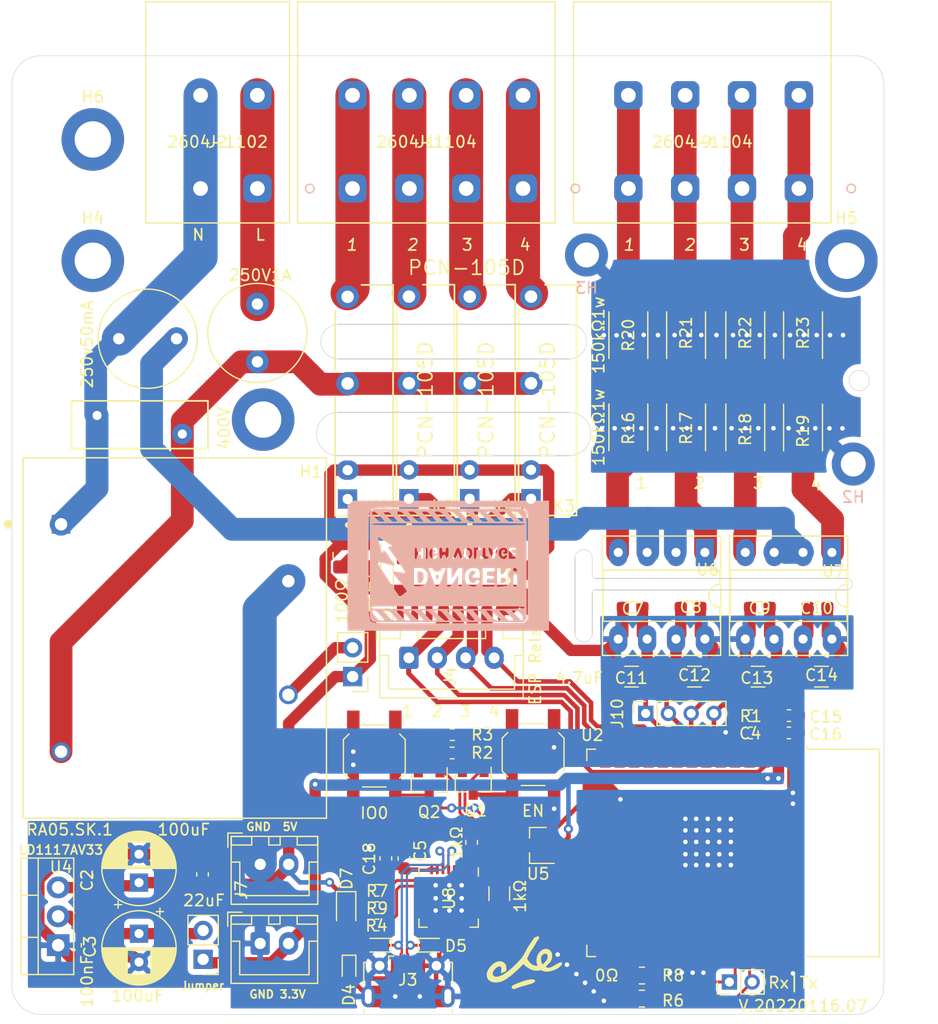
<source format=kicad_pcb>
(kicad_pcb (version 20171130) (host pcbnew "(5.1.12)-1")
  (layers (0 F.Cu signal) (31 B.Cu signal) (34 B.Paste user hide) (35 F.Paste user hide) (36 B.SilkS user) (37 F.SilkS user) (38 B.Mask user hide) (39 F.Mask user hide) (44 Edge.Cuts user))
  (net 0 "")
  (net 1 "220VAC(L)")
  (net 2 "220VAC(N)")
  (net 3 5V+)
  (net 4 3.3V+)
  (net 5 Sens4)
  (net 6 Sens3)
  (net 7 Sens2)
  (net 8 Sens1)
  (net 9 REO4)
  (net 10 REO3)
  (net 11 REO2)
  (net 12 REO1)
  (net 13 REI1)
  (net 14 REI2)
  (net 15 REI3)
  (net 16 REI4)
  (net 17 EspSens1)
  (net 18 EspSens2)
  (net 19 EspSens3)
  (net 20 EspSens4)
  (net 21 EspRel1)
  (net 22 EspRel2)
  (net 23 EspRel3)
  (net 24 EspRel4)
  (net 25 "Net-(100uF_2-Pad1)")
  (net 26 "Net-(R16-Pad2)")
  (net 27 L_IN)
  (net 28 N_IN)
  (net 29 "Net-(D2-Pad2)")
  (net 30 "Net-(J8-Pad2)")
  (net 31 "Net-(R16-Pad1)")
  (net 32 "Net-(R17-Pad2)")
  (net 33 "Net-(R17-Pad1)")
  (net 34 "Net-(R18-Pad2)")
  (net 35 "Net-(R18-Pad1)")
  (net 36 "Net-(R19-Pad2)")
  (net 37 "Net-(R19-Pad1)")
  (net 38 EN)
  (net 39 D+)
  (net 40 D-)
  (net 41 "Net-(Q1-Pad2)")
  (net 42 RTS)
  (net 43 IO0)
  (net 44 "Net-(Q2-Pad2)")
  (net 45 DTR)
  (net 46 "Net-(R8-Pad2)")
  (net 47 RXD0)
  (net 48 "Net-(R24-Pad2)")
  (net 49 TXD0)
  (net 50 "Net-(R4-Pad1)")
  (net 51 "Net-(R5-Pad2)")
  (net 52 "Net-(R6-Pad2)")
  (net 53 VBUS)
  (net 54 "Net-(R7-Pad2)")
  (net 55 TempIn)
  (net 56 GND)
  (net 57 HeatPad)
  (module Capacitor_SMD:C_0603_1608Metric_Pad1.08x0.95mm_HandSolder (layer F.Cu) (at 141.9225 139.3825 90)
    (fp_text reference C6 hide)
    (fp_text value 22uF (at -2.286 0.127 180) (layer F.SilkS))
    (pad 2 smd roundrect (at 0.8625 0 90) (size 1.075 0.95) (layers F.Cu F.Paste F.Mask) (net 56 GND))
    (pad 1 smd roundrect (at -0.8625 0 90) (size 1.075 0.95) (layers F.Cu F.Paste F.Mask) (net 3 5V+))
  )
  (module Capacitor_SMD:C_1206_3216Metric_Pad1.42x1.75mm_HandSolder (layer F.Cu) (at 196.3795 121.9835)
    (fp_text reference C14 (at 0 -0.127) (layer F.SilkS))
    (fp_text value 4.7uF)
    (pad 2 smd roundrect (at 1.4875 0) (size 1.425 1.75) (layers F.Cu F.Paste F.Mask) (roundrect_rratio 0.1754385964912281) (net 56 GND))
    (pad 1 smd roundrect (at -1.4875 0) (size 1.425 1.75) (layers F.Cu F.Paste F.Mask) (roundrect_rratio 0.1754385964912281) (net 20 EspSens4))
  )
  (module Capacitor_SMD:C_1206_3216Metric_Pad1.42x1.75mm_HandSolder (layer F.Cu) (at 190.7915 121.9835 180)
    (fp_text reference C13 (at 0.101 -0.127) (layer F.SilkS))
    (fp_text value 4.7uF)
    (pad 2 smd roundrect (at 1.4875 0 180) (size 1.425 1.75) (layers F.Cu F.Paste F.Mask) (roundrect_rratio 0.1754385964912281) (net 56 GND))
    (pad 1 smd roundrect (at -1.4875 0 180) (size 1.425 1.75) (layers F.Cu F.Paste F.Mask) (roundrect_rratio 0.1754385964912281) (net 19 EspSens3))
  )
  (module Capacitor_SMD:C_1206_3216Metric_Pad1.42x1.75mm_HandSolder (layer F.Cu) (at 179.6675 121.9835 180)
    (fp_text reference C11 (at 0.026 -0.127) (layer F.SilkS))
    (fp_text value 4.7uF (at 4.598 -0.127) (layer F.SilkS))
    (pad 2 smd roundrect (at 1.4875 0 180) (size 1.425 1.75) (layers F.Cu F.Paste F.Mask) (roundrect_rratio 0.1754385964912281) (net 56 GND))
    (pad 1 smd roundrect (at -1.4875 0 180) (size 1.425 1.75) (layers F.Cu F.Paste F.Mask) (roundrect_rratio 0.1754385964912281) (net 17 EspSens1))
  )
  (module Capacitor_SMD:C_1206_3216Metric_Pad1.42x1.75mm_HandSolder (layer F.Cu) (at 185.2035 121.9835)
    (fp_text reference C12 (at 0 -0.127) (layer F.SilkS))
    (fp_text value 4.7uF)
    (pad 2 smd roundrect (at 1.4875 0) (size 1.425 1.75) (layers F.Cu F.Paste F.Mask) (roundrect_rratio 0.1754385964912281) (net 56 GND))
    (pad 1 smd roundrect (at -1.4875 0) (size 1.425 1.75) (layers F.Cu F.Paste F.Mask) (roundrect_rratio 0.1754385964912281) (net 18 EspSens2))
  )
  (module Resistor_SMD:R_1206_3216Metric_Pad1.42x1.75mm_HandSolder (layer F.Cu) (at 168.0337 141.07 270)
    (fp_text reference R5 hide)
    (fp_text value 1kΩ (at 0.2175 -1.8288 90) (layer F.SilkS))
    (pad 2 smd roundrect (at 1.4875 0 270) (size 1.425 1.75) (layers F.Cu F.Paste F.Mask) (roundrect_rratio 0.1754385964912281) (net 51 "Net-(R5-Pad2)"))
    (pad 1 smd roundrect (at -1.4875 0 270) (size 1.425 1.75) (layers F.Cu F.Paste F.Mask) (roundrect_rratio 0.1754385964912281) (net 42 RTS))
  )
  (module MountingHole:MountingHole_2.2mm_M2_DIN965_Pad_TopOnly (layer B.Cu) (at 175.7045 84.8995)
    (fp_text reference H3 (at 0 2.9) (layer B.SilkS) (effects (justify mirror)))
    (fp_text value MountingHole_Pad)
    (pad 1 connect circle (at 0 0) (size 3.8 3.8) (layers B.Cu B.Mask) (net 57 HeatPad))
    (pad 1 thru_hole circle (at 0 0) (size 2.6 2.6) (drill 2.2) (layers *.Cu *.Mask) (net 57 HeatPad))
  )
  (module MountingHole:MountingHole_2.2mm_M2_DIN965_Pad_TopOnly (layer B.Cu) (at 199.1741 103.2891)
    (fp_text reference H2 (at 0 2.9) (layer B.SilkS) (effects (justify mirror)))
    (fp_text value MountingHole_Pad)
    (pad 1 connect circle (at 0 0) (size 3.8 3.8) (layers B.Cu B.Mask) (net 57 HeatPad))
    (pad 1 thru_hole circle (at 0 0) (size 2.6 2.6) (drill 2.2) (layers *.Cu *.Mask) (net 57 HeatPad))
  )
  (module Resistor_SMD:R_0603_1608Metric_Pad1.05x0.95mm_HandSolder (layer F.Cu) (at 163.9049 127.0889)
    (fp_text reference R3 (at 2.6302 0) (layer F.SilkS))
    (fp_text value 10kΩ)
    (pad 2 smd roundrect (at 0.875 0) (size 1.05 0.95) (layers F.Cu F.Paste F.Mask) (net 42 RTS))
    (pad 1 smd roundrect (at -0.875 0) (size 1.05 0.95) (layers F.Cu F.Paste F.Mask) (net 44 "Net-(Q2-Pad2)"))
  )
  (module Resistor_SMD:R_0603_1608Metric_Pad1.05x0.95mm_HandSolder (layer F.Cu) (at 163.8821 128.7005 180)
    (fp_text reference R2 (at -2.653 0.0114) (layer F.SilkS))
    (fp_text value 10kΩ)
    (pad 2 smd roundrect (at 0.875 0 180) (size 1.05 0.95) (layers F.Cu F.Paste F.Mask) (net 45 DTR))
    (pad 1 smd roundrect (at -0.875 0 180) (size 1.05 0.95) (layers F.Cu F.Paste F.Mask) (net 41 "Net-(Q1-Pad2)"))
  )
  (module Capacitor_SMD:C_0603_1608Metric_Pad1.08x0.95mm_HandSolder (layer F.Cu) (at 196.0335 115.8875)
    (fp_text reference C10 (at -0.0852 0.0762) (layer F.SilkS))
    (fp_text value 100nF)
    (pad 2 smd roundrect (at 0.8625 0) (size 1.075 0.95) (layers F.Cu F.Paste F.Mask) (net 56 GND))
    (pad 1 smd roundrect (at -0.8625 0) (size 1.075 0.95) (layers F.Cu F.Paste F.Mask) (net 20 EspSens4))
  )
  (module Capacitor_SMD:C_0603_1608Metric_Pad1.08x0.95mm_HandSolder (layer F.Cu) (at 190.9535 115.8875 180)
    (fp_text reference C9 (at 0.009 -0.0762) (layer F.SilkS))
    (fp_text value 100nF)
    (pad 2 smd roundrect (at 0.8625 0 180) (size 1.075 0.95) (layers F.Cu F.Paste F.Mask) (net 56 GND))
    (pad 1 smd roundrect (at -0.8625 0 180) (size 1.075 0.95) (layers F.Cu F.Paste F.Mask) (net 19 EspSens3))
  )
  (module Capacitor_SMD:C_0603_1608Metric_Pad1.08x0.95mm_HandSolder (layer F.Cu) (at 184.8575 115.8875)
    (fp_text reference C8 (at 0.0164 -0.0254) (layer F.SilkS))
    (fp_text value 100nF)
    (pad 2 smd roundrect (at 0.8625 0) (size 1.075 0.95) (layers F.Cu F.Paste F.Mask) (net 56 GND))
    (pad 1 smd roundrect (at -0.8625 0) (size 1.075 0.95) (layers F.Cu F.Paste F.Mask) (net 18 EspSens2))
  )
  (module Capacitor_SMD:C_0603_1608Metric_Pad1.08x0.95mm_HandSolder (layer F.Cu) (at 179.7595 115.8875 180)
    (fp_text reference C7 (at -0.009 -0.127) (layer F.SilkS))
    (fp_text value 100nF)
    (pad 2 smd roundrect (at 0.8625 0 180) (size 1.075 0.95) (layers F.Cu F.Paste F.Mask) (net 56 GND))
    (pad 1 smd roundrect (at -0.8625 0 180) (size 1.075 0.95) (layers F.Cu F.Paste F.Mask) (net 17 EspSens1))
  )
  (module Capacitor_SMD:C_0603_1608Metric_Pad1.08x0.95mm_HandSolder (layer F.Cu) (at 131.7625 145.6145 270)
    (fp_text reference C3 (at 0.118 -0.254 90) (layer F.SilkS))
    (fp_text value 100nF (at 3.166 0 90) (layer F.SilkS))
    (pad 2 smd roundrect (at 0.8625 0 270) (size 1.075 0.95) (layers F.Cu F.Paste F.Mask) (net 56 GND))
    (pad 1 smd roundrect (at -0.8625 0 270) (size 1.075 0.95) (layers F.Cu F.Paste F.Mask) (net 25 "Net-(100uF_2-Pad1)"))
  )
  (module Capacitor_SMD:C_0603_1608Metric_Pad1.08x0.95mm_HandSolder (layer F.Cu) (at 131.7625 139.5185 90)
    (fp_text reference C2 (at -0.372 0 90) (layer F.SilkS))
    (fp_text value 100nF)
    (pad 2 smd roundrect (at 0.8625 0 90) (size 1.075 0.95) (layers F.Cu F.Paste F.Mask) (net 56 GND))
    (pad 1 smd roundrect (at -0.8625 0 90) (size 1.075 0.95) (layers F.Cu F.Paste F.Mask) (net 3 5V+))
  )
  (module Capacitor_SMD:C_0603_1608Metric_Pad1.08x0.95mm_HandSolder (layer F.Cu) (at 170.1165 113.8645 270)
    (fp_text reference C1 (at 0 -1.43 90) (layer F.SilkS))
    (fp_text value 100nF)
    (pad 2 smd roundrect (at 0.8625 0 270) (size 1.075 0.95) (layers F.Cu F.Paste F.Mask) (net 56 GND))
    (pad 1 smd roundrect (at -0.8625 0 270) (size 1.075 0.95) (layers F.Cu F.Paste F.Mask) (net 3 5V+))
  )
  (module Capacitor_SMD:C_0603_1608Metric_Pad1.08x0.95mm_HandSolder (layer F.Cu) (at 190.156 126.9365 180)
    (fp_text reference C4 (at 0.0497 -0.0508) (layer F.SilkS))
    (fp_text value 100nF)
    (pad 2 smd roundrect (at 0.8625 0 180) (size 1.075 0.95) (layers F.Cu F.Paste F.Mask) (net 56 GND))
    (pad 1 smd roundrect (at -0.8625 0 180) (size 1.075 0.95) (layers F.Cu F.Paste F.Mask) (net 38 EN))
  )
  (module Capacitor_SMD:C_0603_1608Metric_Pad1.08x0.95mm_HandSolder (layer F.Cu) (at 193.511 126.9365)
    (fp_text reference C16 (at 3.2247 0.127) (layer F.SilkS))
    (fp_text value 100nF)
    (pad 2 smd roundrect (at 0.8625 0) (size 1.075 0.95) (layers F.Cu F.Paste F.Mask) (net 56 GND))
    (pad 1 smd roundrect (at -0.8625 0) (size 1.075 0.95) (layers F.Cu F.Paste F.Mask) (net 4 3.3V+))
  )
  (module Capacitor_SMD:C_0603_1608Metric_Pad1.08x0.95mm_HandSolder (layer F.Cu) (at 158.0515 137.9739 90)
    (fp_text reference C18 (at -0.037 -1.4605 90) (layer F.SilkS))
    (fp_text value 100nF)
    (pad 2 smd roundrect (at 0.8625 0 90) (size 1.075 0.95) (layers F.Cu F.Paste F.Mask) (net 56 GND))
    (pad 1 smd roundrect (at -0.8625 0 90) (size 1.075 0.95) (layers F.Cu F.Paste F.Mask) (net 4 3.3V+))
  )
  (module Package_DFN_QFN:QFN-28-1EP_5x5mm_P0.5mm_EP3.35x3.35mm (layer F.Cu) (at 163.576 141.4145 270)
    (fp_text reference U8 (at 0.0762 -0.0381 90) (layer F.SilkS))
    (fp_text value CP2102N-A01-GQFN28)
    (pad 29 smd rect (at 0 0 270) (size 3.35 3.35) (layers F.Cu F.Mask) (net 56 GND))
    (pad 28 smd roundrect (at -1.5 -2.45 270) (size 0.25 0.8) (layers F.Cu F.Paste F.Mask) (net 48 "Net-(R24-Pad2)"))
    (pad 27 smd roundrect (at -1 -2.45 270) (size 0.25 0.8) (layers F.Cu F.Paste F.Mask))
    (pad 26 smd roundrect (at -0.5 -2.45 270) (size 0.25 0.8) (layers F.Cu F.Paste F.Mask) (net 46 "Net-(R8-Pad2)"))
    (pad 25 smd roundrect (at 0 -2.45 270) (size 0.25 0.8) (layers F.Cu F.Paste F.Mask) (net 52 "Net-(R6-Pad2)"))
    (pad 24 smd roundrect (at 0.5 -2.45 270) (size 0.25 0.8) (layers F.Cu F.Paste F.Mask) (net 51 "Net-(R5-Pad2)"))
    (pad 23 smd roundrect (at 1 -2.45 270) (size 0.25 0.8) (layers F.Cu F.Paste F.Mask))
    (pad 22 smd roundrect (at 1.5 -2.45 270) (size 0.25 0.8) (layers F.Cu F.Paste F.Mask))
    (pad 21 smd roundrect (at 2.45 -1.5 270) (size 0.8 0.25) (layers F.Cu F.Paste F.Mask))
    (pad 20 smd roundrect (at 2.45 -1 270) (size 0.8 0.25) (layers F.Cu F.Paste F.Mask))
    (pad 19 smd roundrect (at 2.45 -0.5 270) (size 0.8 0.25) (layers F.Cu F.Paste F.Mask))
    (pad 18 smd roundrect (at 2.45 0 270) (size 0.8 0.25) (layers F.Cu F.Paste F.Mask))
    (pad 17 smd roundrect (at 2.45 0.5 270) (size 0.8 0.25) (layers F.Cu F.Paste F.Mask))
    (pad 16 smd roundrect (at 2.45 1 270) (size 0.8 0.25) (layers F.Cu F.Paste F.Mask))
    (pad 15 smd roundrect (at 2.45 1.5 270) (size 0.8 0.25) (layers F.Cu F.Paste F.Mask))
    (pad 14 smd roundrect (at 1.5 2.45 270) (size 0.25 0.8) (layers F.Cu F.Paste F.Mask))
    (pad 13 smd roundrect (at 1 2.45 270) (size 0.25 0.8) (layers F.Cu F.Paste F.Mask))
    (pad 12 smd roundrect (at 0.5 2.45 270) (size 0.25 0.8) (layers F.Cu F.Paste F.Mask))
    (pad 11 smd roundrect (at 0 2.45 270) (size 0.25 0.8) (layers F.Cu F.Paste F.Mask))
    (pad 10 smd roundrect (at -0.5 2.45 270) (size 0.25 0.8) (layers F.Cu F.Paste F.Mask))
    (pad 9 smd roundrect (at -1 2.45 270) (size 0.25 0.8) (layers F.Cu F.Paste F.Mask) (net 50 "Net-(R4-Pad1)"))
    (pad 8 smd roundrect (at -1.5 2.45 270) (size 0.25 0.8) (layers F.Cu F.Paste F.Mask) (net 54 "Net-(R7-Pad2)"))
    (pad 7 smd roundrect (at -2.45 1.5 270) (size 0.8 0.25) (layers F.Cu F.Paste F.Mask) (net 4 3.3V+))
    (pad 6 smd roundrect (at -2.45 1 270) (size 0.8 0.25) (layers F.Cu F.Paste F.Mask) (net 4 3.3V+))
    (pad 5 smd roundrect (at -2.45 0.5 270) (size 0.8 0.25) (layers F.Cu F.Paste F.Mask) (net 40 D-))
    (pad 4 smd roundrect (at -2.45 0 270) (size 0.8 0.25) (layers F.Cu F.Paste F.Mask) (net 39 D+))
    (pad 3 smd roundrect (at -2.45 -0.5 270) (size 0.8 0.25) (layers F.Cu F.Paste F.Mask) (net 56 GND))
    (pad 2 smd roundrect (at -2.45 -1 270) (size 0.8 0.25) (layers F.Cu F.Paste F.Mask))
    (pad 1 smd roundrect (at -2.45 -1.5 270) (size 0.8 0.25) (layers F.Cu F.Paste F.Mask))
  )
  (module Resistor_SMD:R_0805_2012Metric_Pad1.20x1.40mm_HandSolder (layer F.Cu) (at 180.578 148.2725 180)
    (fp_text reference R8 (at -2.7465 0) (layer F.SilkS))
    (fp_text value 0Ω (at 3.0955 0) (layer F.SilkS))
    (pad 2 smd roundrect (at 1 0 180) (size 1.2 1.4) (layers F.Cu F.Paste F.Mask) (roundrect_rratio 0.2083325) (net 46 "Net-(R8-Pad2)"))
    (pad 1 smd roundrect (at -1 0 180) (size 1.2 1.4) (layers F.Cu F.Paste F.Mask) (roundrect_rratio 0.2083325) (net 47 RXD0))
  )
  (module Resistor_SMD:R_0805_2012Metric_Pad1.20x1.40mm_HandSolder (layer F.Cu) (at 180.578 150.3045 180)
    (fp_text reference R6 (at -2.7465 -0.1778) (layer F.SilkS))
    (fp_text value 0Ω)
    (pad 2 smd roundrect (at 1 0 180) (size 1.2 1.4) (layers F.Cu F.Paste F.Mask) (roundrect_rratio 0.2083325) (net 52 "Net-(R6-Pad2)"))
    (pad 1 smd roundrect (at -1 0 180) (size 1.2 1.4) (layers F.Cu F.Paste F.Mask) (roundrect_rratio 0.2083325) (net 49 TXD0))
  )
  (module Resistor_SMD:R_2512_6332Metric_Pad1.52x3.35mm_HandSolder (layer F.Cu) (at 179.3875 100.061 270)
    (fp_text reference R16 (at 0.0785 0 90) (layer F.SilkS))
    (fp_text value 150kΩ1w (at 0 2.62 90) (layer F.SilkS))
    (pad 2 smd roundrect (at 2.9875 0 270) (size 1.525 3.35) (layers F.Cu F.Paste F.Mask) (roundrect_rratio 0.1639337704918033) (net 26 "Net-(R16-Pad2)"))
    (pad 1 smd roundrect (at -2.9875 0 270) (size 1.525 3.35) (layers F.Cu F.Paste F.Mask) (roundrect_rratio 0.1639337704918033) (net 31 "Net-(R16-Pad1)"))
  )
  (module Diode_SMD:D_SOD-323 (layer F.Cu) (at 154.559 142.3965 270)
    (fp_text reference D7 (at -2.633 -0.0381 90) (layer F.SilkS))
    (fp_text value BAT60A-7)
    (pad 2 smd rect (at 1.05 0 270) (size 0.6 0.45) (layers F.Cu F.Paste F.Mask) (net 53 VBUS))
    (pad 1 smd rect (at -1.05 0 270) (size 0.6 0.45) (layers F.Cu F.Paste F.Mask) (net 3 5V+))
  )
  (module Resistor_SMD:R_0603_1608Metric_Pad1.05x0.95mm_HandSolder (layer F.Cu) (at 165.5953 136.5517 270)
    (fp_text reference R24)
    (fp_text value 1kΩ (at 0.0368 1.3208 90) (layer F.SilkS))
    (pad 2 smd roundrect (at 0.875 0 270) (size 1.05 0.95) (layers F.Cu F.Paste F.Mask) (net 48 "Net-(R24-Pad2)"))
    (pad 1 smd roundrect (at -0.875 0 270) (size 1.05 0.95) (layers F.Cu F.Paste F.Mask) (net 45 DTR))
  )
  (module Resistor_SMD:R_0603_1608Metric_Pad1.05x0.95mm_HandSolder (layer F.Cu) (at 157.2755 142.3035 180)
    (fp_text reference R9 (at 0 -0.0635) (layer F.SilkS))
    (fp_text value 47.5kΩ)
    (pad 2 smd roundrect (at 0.875 0 180) (size 1.05 0.95) (layers F.Cu F.Paste F.Mask) (net 56 GND))
    (pad 1 smd roundrect (at -0.875 0 180) (size 1.05 0.95) (layers F.Cu F.Paste F.Mask) (net 54 "Net-(R7-Pad2)"))
  )
  (module Resistor_SMD:R_0603_1608Metric_Pad1.05x0.95mm_HandSolder (layer F.Cu) (at 157.2755 140.7795)
    (fp_text reference R7 (at 0.014 0.0635) (layer F.SilkS))
    (fp_text value 22.1kΩ)
    (pad 2 smd roundrect (at 0.875 0) (size 1.05 0.95) (layers F.Cu F.Paste F.Mask) (net 54 "Net-(R7-Pad2)"))
    (pad 1 smd roundrect (at -0.875 0) (size 1.05 0.95) (layers F.Cu F.Paste F.Mask) (net 53 VBUS))
  )
  (module Resistor_SMD:R_0603_1608Metric_Pad1.05x0.95mm_HandSolder (layer F.Cu) (at 157.2755 143.8275 180)
    (fp_text reference R4 (at 0.0495 -0.0635) (layer F.SilkS))
    (fp_text value 1kΩ)
    (pad 2 smd roundrect (at 0.875 0 180) (size 1.05 0.95) (layers F.Cu F.Paste F.Mask) (net 4 3.3V+))
    (pad 1 smd roundrect (at -0.875 0 180) (size 1.05 0.95) (layers F.Cu F.Paste F.Mask) (net 50 "Net-(R4-Pad1)"))
  )
  (module Package_TO_SOT_SMD:SOT-23 (layer F.Cu) (at 171.4533 136.8323 180)
    (fp_text reference U5 (at 0 -2.5) (layer F.SilkS))
    (fp_text value MCP9700T-ETT)
    (pad 3 smd rect (at 1 0 180) (size 0.9 0.8) (layers F.Cu F.Paste F.Mask) (net 56 GND))
    (pad 2 smd rect (at -1 0.95 180) (size 0.9 0.8) (layers F.Cu F.Paste F.Mask) (net 55 TempIn))
    (pad 1 smd rect (at -1 -0.95 180) (size 0.9 0.8) (layers F.Cu F.Paste F.Mask) (net 4 3.3V+))
  )
  (module Connector_PinHeader_2.00mm:PinHeader_1x02_P2.00mm_Vertical (layer F.Cu) (at 188.2775 148.844 90)
    (fp_text reference J11)
    (fp_text value Conn_01x02_Male)
    (fp_text user Rx|Tx (at -0.0635 5.588 180) (layer F.SilkS))
    (pad 2 thru_hole oval (at 0 2 90) (size 1.35 1.35) (drill 0.8) (layers *.Cu *.Mask) (net 49 TXD0))
    (pad 1 thru_hole rect (at 0 0 90) (size 1.35 1.35) (drill 0.8) (layers *.Cu *.Mask) (net 47 RXD0))
  )
  (module Connector_PinSocket_2.00mm:PinSocket_1x04_P2.00mm_Vertical (layer F.Cu) (at 180.9115 125.222 90)
    (fp_text reference J10 (at 0 -2.5 90) (layer F.SilkS))
    (fp_text value EspSense)
    (pad 1 thru_hole rect (at 0 0 90) (size 1.35 1.35) (drill 0.8) (layers *.Cu *.Mask) (net 17 EspSens1))
    (pad 2 thru_hole oval (at 0 2 90) (size 1.35 1.35) (drill 0.8) (layers *.Cu *.Mask) (net 18 EspSens2))
    (pad 3 thru_hole oval (at 0 4 90) (size 1.35 1.35) (drill 0.8) (layers *.Cu *.Mask) (net 19 EspSens3))
    (pad 4 thru_hole oval (at 0 6 90) (size 1.35 1.35) (drill 0.8) (layers *.Cu *.Mask) (net 20 EspSens4))
  )
  (module Capacitor_SMD:C_0603_1608Metric_Pad1.08x0.95mm_HandSolder (layer F.Cu) (at 159.639 137.9844 90)
    (fp_text reference C5 (at 0.6593 1.4351 90) (layer F.SilkS))
    (fp_text value 4.7uF)
    (pad 2 smd roundrect (at 0.8625 0 90) (size 1.075 0.95) (layers F.Cu F.Paste F.Mask) (net 56 GND))
    (pad 1 smd roundrect (at -0.8625 0 90) (size 1.075 0.95) (layers F.Cu F.Paste F.Mask) (net 4 3.3V+))
  )
  (module Connector_USB:USB_Micro-B_Molex-105017-0001 (layer F.Cu) (at 160.005 148.8765)
    (fp_text reference J3 (at -0.016 -0.223) (layer F.SilkS))
    (fp_text value USB_B_Micro)
    (pad 6 smd rect (at 1 1.2375) (size 1.5 1.9) (layers F.Cu F.Paste F.Mask) (net 56 GND))
    (pad 6 thru_hole circle (at -2.5 -1.4625) (size 1.45 1.45) (drill 0.85) (layers *.Cu *.Mask) (net 56 GND))
    (pad 2 smd rect (at -0.65 -1.4625) (size 0.4 1.35) (layers F.Cu F.Paste F.Mask) (net 40 D-))
    (pad 1 smd rect (at -1.3 -1.4625) (size 0.4 1.35) (layers F.Cu F.Paste F.Mask) (net 53 VBUS))
    (pad 5 smd rect (at 1.3 -1.4625) (size 0.4 1.35) (layers F.Cu F.Paste F.Mask) (net 56 GND))
    (pad 4 smd rect (at 0.65 -1.4625) (size 0.4 1.35) (layers F.Cu F.Paste F.Mask))
    (pad 3 smd rect (at 0 -1.4625) (size 0.4 1.35) (layers F.Cu F.Paste F.Mask) (net 39 D+))
    (pad 6 thru_hole circle (at 2.5 -1.4625) (size 1.45 1.45) (drill 0.85) (layers *.Cu *.Mask) (net 56 GND))
    (pad 6 smd rect (at -1 1.2375) (size 1.5 1.9) (layers F.Cu F.Paste F.Mask) (net 56 GND))
    (pad 6 thru_hole oval (at -3.5 1.2375 180) (size 1.2 1.9) (drill oval 0.6 1.3) (layers *.Cu *.Mask) (net 56 GND))
    (pad 6 thru_hole oval (at 3.5 1.2375) (size 1.2 1.9) (drill oval 0.6 1.3) (layers *.Cu *.Mask) (net 56 GND))
    (pad 6 smd rect (at 2.9 1.2375) (size 1.2 1.9) (layers F.Cu F.Mask) (net 56 GND))
    (pad 6 smd rect (at -2.9 1.2375) (size 1.2 1.9) (layers F.Cu F.Mask) (net 56 GND))
  )
  (module RF_Module:ESP32-WROOM-32 (layer F.Cu) (at 185.6105 137.4865 270)
    (fp_text reference U2 (at -10.3595 9.398) (layer F.SilkS))
    (fp_text value ESP32-WROOM-32E)
    (pad 39 smd rect (at -1 -0.755 270) (size 5 5) (layers F.Cu F.Paste F.Mask) (net 56 GND))
    (pad 1 smd rect (at -8.5 -8.255 270) (size 2 0.9) (layers F.Cu F.Paste F.Mask) (net 56 GND))
    (pad 2 smd rect (at -8.5 -6.985 270) (size 2 0.9) (layers F.Cu F.Paste F.Mask) (net 4 3.3V+))
    (pad 3 smd rect (at -8.5 -5.715 270) (size 2 0.9) (layers F.Cu F.Paste F.Mask) (net 38 EN))
    (pad 4 smd rect (at -8.5 -4.445 270) (size 2 0.9) (layers F.Cu F.Paste F.Mask))
    (pad 5 smd rect (at -8.5 -3.175 270) (size 2 0.9) (layers F.Cu F.Paste F.Mask))
    (pad 6 smd rect (at -8.5 -1.905 270) (size 2 0.9) (layers F.Cu F.Paste F.Mask) (net 20 EspSens4))
    (pad 7 smd rect (at -8.5 -0.635 270) (size 2 0.9) (layers F.Cu F.Paste F.Mask) (net 19 EspSens3))
    (pad 8 smd rect (at -8.5 0.635 270) (size 2 0.9) (layers F.Cu F.Paste F.Mask) (net 18 EspSens2))
    (pad 9 smd rect (at -8.5 1.905 270) (size 2 0.9) (layers F.Cu F.Paste F.Mask) (net 17 EspSens1))
    (pad 10 smd rect (at -8.5 3.175 270) (size 2 0.9) (layers F.Cu F.Paste F.Mask) (net 21 EspRel1))
    (pad 11 smd rect (at -8.5 4.445 270) (size 2 0.9) (layers F.Cu F.Paste F.Mask) (net 22 EspRel2))
    (pad 12 smd rect (at -8.5 5.715 270) (size 2 0.9) (layers F.Cu F.Paste F.Mask) (net 23 EspRel3))
    (pad 13 smd rect (at -8.5 6.985 270) (size 2 0.9) (layers F.Cu F.Paste F.Mask))
    (pad 14 smd rect (at -8.5 8.255 270) (size 2 0.9) (layers F.Cu F.Paste F.Mask) (net 24 EspRel4))
    (pad 15 smd rect (at -5.715 9.255) (size 2 0.9) (layers F.Cu F.Paste F.Mask) (net 56 GND))
    (pad 16 smd rect (at -4.445 9.255) (size 2 0.9) (layers F.Cu F.Paste F.Mask) (net 55 TempIn))
    (pad 17 smd rect (at -3.175 9.255) (size 2 0.9) (layers F.Cu F.Paste F.Mask))
    (pad 18 smd rect (at -1.905 9.255) (size 2 0.9) (layers F.Cu F.Paste F.Mask))
    (pad 19 smd rect (at -0.635 9.255) (size 2 0.9) (layers F.Cu F.Paste F.Mask))
    (pad 20 smd rect (at 0.635 9.255) (size 2 0.9) (layers F.Cu F.Paste F.Mask))
    (pad 21 smd rect (at 1.905 9.255) (size 2 0.9) (layers F.Cu F.Paste F.Mask))
    (pad 22 smd rect (at 3.175 9.255) (size 2 0.9) (layers F.Cu F.Paste F.Mask))
    (pad 23 smd rect (at 4.445 9.255) (size 2 0.9) (layers F.Cu F.Paste F.Mask))
    (pad 24 smd rect (at 5.715 9.255) (size 2 0.9) (layers F.Cu F.Paste F.Mask))
    (pad 25 smd rect (at 8.5 8.255 270) (size 2 0.9) (layers F.Cu F.Paste F.Mask) (net 43 IO0))
    (pad 26 smd rect (at 8.5 6.985 270) (size 2 0.9) (layers F.Cu F.Paste F.Mask))
    (pad 27 smd rect (at 8.5 5.715 270) (size 2 0.9) (layers F.Cu F.Paste F.Mask))
    (pad 28 smd rect (at 8.5 4.445 270) (size 2 0.9) (layers F.Cu F.Paste F.Mask))
    (pad 29 smd rect (at 8.5 3.175 270) (size 2 0.9) (layers F.Cu F.Paste F.Mask))
    (pad 30 smd rect (at 8.5 1.905 270) (size 2 0.9) (layers F.Cu F.Paste F.Mask))
    (pad 31 smd rect (at 8.5 0.635 270) (size 2 0.9) (layers F.Cu F.Paste F.Mask))
    (pad 32 smd rect (at 8.5 -0.635 270) (size 2 0.9) (layers F.Cu F.Paste F.Mask))
    (pad 33 smd rect (at 8.5 -1.905 270) (size 2 0.9) (layers F.Cu F.Paste F.Mask))
    (pad 34 smd rect (at 8.5 -3.175 270) (size 2 0.9) (layers F.Cu F.Paste F.Mask) (net 47 RXD0))
    (pad 35 smd rect (at 8.5 -4.445 270) (size 2 0.9) (layers F.Cu F.Paste F.Mask) (net 49 TXD0))
    (pad 36 smd rect (at 8.5 -5.715 270) (size 2 0.9) (layers F.Cu F.Paste F.Mask))
    (pad 37 smd rect (at 8.5 -6.985 270) (size 2 0.9) (layers F.Cu F.Paste F.Mask))
    (pad 38 smd rect (at 8.5 -8.255 270) (size 2 0.9) (layers F.Cu F.Paste F.Mask) (net 56 GND))
  )
  (module Connector_JST:JST_XH_B4B-XH-A_1x04_P2.50mm_Vertical (layer F.Cu) (at 160.0765 120.3325)
    (fp_text reference J4 (at 3.6322 1.6256 270) (layer F.SilkS))
    (fp_text value "ESP Relays")
    (pad 4 thru_hole oval (at 7.5 0) (size 1.7 1.95) (drill 0.95) (layers *.Cu *.Mask) (net 21 EspRel1))
    (pad 3 thru_hole oval (at 5 0) (size 1.7 1.95) (drill 0.95) (layers *.Cu *.Mask) (net 22 EspRel2))
    (pad 2 thru_hole oval (at 2.5 0) (size 1.7 1.95) (drill 0.95) (layers *.Cu *.Mask) (net 23 EspRel3))
    (pad 1 thru_hole roundrect (at 0 0) (size 1.7 1.95) (drill 0.95) (layers *.Cu *.Mask) (roundrect_rratio 0.1470588235294118) (net 24 EspRel4))
  )
  (module Resistor_SMD:R_0603_1608Metric_Pad1.05x0.95mm_HandSolder (layer F.Cu) (at 190.1685 125.4125)
    (fp_text reference R1 (at -0.0114 0.0508) (layer F.SilkS))
    (fp_text value 10kΩ)
    (pad 2 smd roundrect (at 0.875 0) (size 1.05 0.95) (layers F.Cu F.Paste F.Mask) (net 4 3.3V+))
    (pad 1 smd roundrect (at -0.875 0) (size 1.05 0.95) (layers F.Cu F.Paste F.Mask) (net 38 EN))
  )
  (module Capacitor_SMD:C_0603_1608Metric_Pad1.08x0.95mm_HandSolder (layer F.Cu) (at 193.5215 125.4125)
    (fp_text reference C15 (at 3.2396 0.1016) (layer F.SilkS))
    (fp_text value 22uF)
    (pad 1 smd roundrect (at -0.8625 0) (size 1.075 0.95) (layers F.Cu F.Paste F.Mask) (net 4 3.3V+))
    (pad 2 smd roundrect (at 0.8625 0) (size 1.075 0.95) (layers F.Cu F.Paste F.Mask) (net 56 GND))
  )
  (module Diode_SMD:D_SOD-523 (layer F.Cu) (at 157.3515 145.6055 180)
    (fp_text reference D6)
    (fp_text value D_TVS)
    (pad 1 smd rect (at -0.7 0) (size 0.6 0.7) (layers F.Cu F.Paste F.Mask) (net 40 D-))
    (pad 2 smd rect (at 0.7 0) (size 0.6 0.7) (layers F.Cu F.Paste F.Mask) (net 56 GND))
  )
  (module Diode_SMD:D_SOD-523 (layer F.Cu) (at 162.0535 145.6055)
    (fp_text reference D5 (at 2.159 0.0635) (layer F.SilkS))
    (fp_text value D_TVS)
    (pad 1 smd rect (at -0.7 0 180) (size 0.6 0.7) (layers F.Cu F.Paste F.Mask) (net 39 D+))
    (pad 2 smd rect (at 0.7 0 180) (size 0.6 0.7) (layers F.Cu F.Paste F.Mask) (net 56 GND))
  )
  (module Diode_SMD:D_SOD-523 (layer F.Cu) (at 154.813 147.6375 270)
    (fp_text reference D4 (at 2.3368 0.0127 90) (layer F.SilkS))
    (fp_text value D_TVS)
    (pad 1 smd rect (at -0.7 0 90) (size 0.6 0.7) (layers F.Cu F.Paste F.Mask) (net 53 VBUS))
    (pad 2 smd rect (at 0.7 0 90) (size 0.6 0.7) (layers F.Cu F.Paste F.Mask) (net 56 GND))
  )
  (module Package_TO_SOT_SMD:SOT-23 (layer F.Cu) (at 161.8615 131.3975 270)
    (fp_text reference Q2 (at 2.4986 0 180) (layer F.SilkS))
    (fp_text value SS8050)
    (pad 3 smd rect (at 1 0 270) (size 0.9 0.8) (layers F.Cu F.Paste F.Mask) (net 43 IO0))
    (pad 2 smd rect (at -1 0.95 270) (size 0.9 0.8) (layers F.Cu F.Paste F.Mask) (net 44 "Net-(Q2-Pad2)"))
    (pad 1 smd rect (at -1 -0.95 270) (size 0.9 0.8) (layers F.Cu F.Paste F.Mask) (net 45 DTR))
  )
  (module Package_TO_SOT_SMD:SOT-23 (layer F.Cu) (at 165.7375 131.3655 270)
    (fp_text reference Q1 (at 2.4036 -0.2134 180) (layer F.SilkS))
    (fp_text value SS8050)
    (pad 3 smd rect (at 1 0 270) (size 0.9 0.8) (layers F.Cu F.Paste F.Mask) (net 38 EN))
    (pad 2 smd rect (at -1 0.95 270) (size 0.9 0.8) (layers F.Cu F.Paste F.Mask) (net 41 "Net-(Q1-Pad2)"))
    (pad 1 smd rect (at -1 -0.95 270) (size 0.9 0.8) (layers F.Cu F.Paste F.Mask) (net 42 RTS))
  )
  (module Button_Switch_SMD:SW_SPST_SKQG_WithStem (layer F.Cu) (at 157.0355 128.9685 270)
    (fp_text reference SW2)
    (fp_text value IO0 (at 5.0165 0 180) (layer F.SilkS))
    (pad 2 smd rect (at 3.1 1.85 270) (size 1.8 1.1) (layers F.Cu F.Paste F.Mask) (net 56 GND))
    (pad 2 smd rect (at -3.1 1.85 270) (size 1.8 1.1) (layers F.Cu F.Paste F.Mask) (net 56 GND))
    (pad 1 smd rect (at 3.1 -1.85 270) (size 1.8 1.1) (layers F.Cu F.Paste F.Mask) (net 43 IO0))
    (pad 1 smd rect (at -3.1 -1.85 270) (size 1.8 1.1) (layers F.Cu F.Paste F.Mask) (net 43 IO0))
  )
  (module Button_Switch_SMD:SW_SPST_SKQG_WithStem (layer F.Cu) (at 171.0055 128.8415 90)
    (fp_text reference SW1)
    (fp_text value EN (at -4.953 0 180) (layer F.SilkS))
    (pad 2 smd rect (at 3.1 1.85 90) (size 1.8 1.1) (layers F.Cu F.Paste F.Mask) (net 56 GND))
    (pad 2 smd rect (at -3.1 1.85 90) (size 1.8 1.1) (layers F.Cu F.Paste F.Mask) (net 56 GND))
    (pad 1 smd rect (at 3.1 -1.85 90) (size 1.8 1.1) (layers F.Cu F.Paste F.Mask) (net 38 EN))
    (pad 1 smd rect (at -3.1 -1.85 90) (size 1.8 1.1) (layers F.Cu F.Paste F.Mask) (net 38 EN))
  )
  (module Package_DIP:DIP-8_W7.62mm_Socket_LongPads (layer F.Cu) (at 197.2945 111.0615 270)
    (fp_text reference U7 (at 1.651 -0.127 180) (layer F.SilkS))
    (fp_text value LDA210-PDIP)
    (pad 8 thru_hole oval (at 7.62 0 270) (size 2.4 1.6) (drill 0.8) (layers *.Cu *.Mask) (net 56 GND))
    (pad 4 thru_hole oval (at 0 7.62 270) (size 2.4 1.6) (drill 0.8) (layers *.Cu *.Mask) (net 34 "Net-(R18-Pad2)"))
    (pad 7 thru_hole oval (at 7.62 2.54 270) (size 2.4 1.6) (drill 0.8) (layers *.Cu *.Mask) (net 20 EspSens4))
    (pad 3 thru_hole oval (at 0 5.08 270) (size 2.4 1.6) (drill 0.8) (layers *.Cu *.Mask) (net 2 "220VAC(N)"))
    (pad 6 thru_hole oval (at 7.62 5.08 270) (size 2.4 1.6) (drill 0.8) (layers *.Cu *.Mask) (net 19 EspSens3))
    (pad 2 thru_hole oval (at 0 2.54 270) (size 2.4 1.6) (drill 0.8) (layers *.Cu *.Mask) (net 2 "220VAC(N)"))
    (pad 5 thru_hole oval (at 7.62 7.62 270) (size 2.4 1.6) (drill 0.8) (layers *.Cu *.Mask) (net 56 GND))
    (pad 1 thru_hole rect (at 0 0 270) (size 2.4 1.6) (drill 0.8) (layers *.Cu *.Mask) (net 36 "Net-(R19-Pad2)"))
  )
  (module Package_DIP:DIP-8_W7.62mm_Socket_LongPads (layer F.Cu) (at 186.1185 111.0615 270)
    (fp_text reference U6 (at 1.524 -0.254 180) (layer F.SilkS))
    (fp_text value LDA210-PDIP)
    (pad 8 thru_hole oval (at 7.62 0 270) (size 2.4 1.6) (drill 0.8) (layers *.Cu *.Mask) (net 56 GND))
    (pad 4 thru_hole oval (at 0 7.62 270) (size 2.4 1.6) (drill 0.8) (layers *.Cu *.Mask) (net 26 "Net-(R16-Pad2)"))
    (pad 7 thru_hole oval (at 7.62 2.54 270) (size 2.4 1.6) (drill 0.8) (layers *.Cu *.Mask) (net 18 EspSens2))
    (pad 3 thru_hole oval (at 0 5.08 270) (size 2.4 1.6) (drill 0.8) (layers *.Cu *.Mask) (net 2 "220VAC(N)"))
    (pad 6 thru_hole oval (at 7.62 5.08 270) (size 2.4 1.6) (drill 0.8) (layers *.Cu *.Mask) (net 17 EspSens1))
    (pad 2 thru_hole oval (at 0 2.54 270) (size 2.4 1.6) (drill 0.8) (layers *.Cu *.Mask) (net 2 "220VAC(N)"))
    (pad 5 thru_hole oval (at 7.62 7.62 270) (size 2.4 1.6) (drill 0.8) (layers *.Cu *.Mask) (net 56 GND))
    (pad 1 thru_hole rect (at 0 0 270) (size 2.4 1.6) (drill 0.8) (layers *.Cu *.Mask) (net 32 "Net-(R17-Pad2)"))
  )
  (module Resistor_SMD:R_2512_6332Metric_Pad1.52x3.35mm_HandSolder (layer F.Cu) (at 194.7545 91.951 270)
    (fp_text reference R23 (at -0.1935 0 90) (layer F.SilkS))
    (fp_text value 150kΩ1w)
    (pad 2 smd roundrect (at 2.9875 0 270) (size 1.525 3.35) (layers F.Cu F.Paste F.Mask) (roundrect_rratio 0.1639337704918033) (net 37 "Net-(R19-Pad1)"))
    (pad 1 smd roundrect (at -2.9875 0 270) (size 1.525 3.35) (layers F.Cu F.Paste F.Mask) (roundrect_rratio 0.1639337704918033) (net 5 Sens4))
  )
  (module Resistor_SMD:R_2512_6332Metric_Pad1.52x3.35mm_HandSolder (layer F.Cu) (at 189.6745 91.951 270)
    (fp_text reference R22 (at -0.1935 0 90) (layer F.SilkS))
    (fp_text value 150kΩ1w)
    (pad 2 smd roundrect (at 2.9875 0 270) (size 1.525 3.35) (layers F.Cu F.Paste F.Mask) (roundrect_rratio 0.1639337704918033) (net 35 "Net-(R18-Pad1)"))
    (pad 1 smd roundrect (at -2.9875 0 270) (size 1.525 3.35) (layers F.Cu F.Paste F.Mask) (roundrect_rratio 0.1639337704918033) (net 6 Sens3))
  )
  (module Resistor_SMD:R_2512_6332Metric_Pad1.52x3.35mm_HandSolder (layer F.Cu) (at 194.7545 100.079 270)
    (fp_text reference R19 (at 0.3145 0 90) (layer F.SilkS))
    (fp_text value 150kΩ1w)
    (pad 2 smd roundrect (at 2.9875 0 270) (size 1.525 3.35) (layers F.Cu F.Paste F.Mask) (roundrect_rratio 0.1639337704918033) (net 36 "Net-(R19-Pad2)"))
    (pad 1 smd roundrect (at -2.9875 0 270) (size 1.525 3.35) (layers F.Cu F.Paste F.Mask) (roundrect_rratio 0.1639337704918033) (net 37 "Net-(R19-Pad1)"))
  )
  (module Resistor_SMD:R_2512_6332Metric_Pad1.52x3.35mm_HandSolder (layer F.Cu) (at 189.6745 100.0633 270)
    (fp_text reference R18 (at 0.1875 0 90) (layer F.SilkS))
    (fp_text value 150kΩ1w)
    (pad 2 smd roundrect (at 2.9875 0 270) (size 1.525 3.35) (layers F.Cu F.Paste F.Mask) (roundrect_rratio 0.1639337704918033) (net 34 "Net-(R18-Pad2)"))
    (pad 1 smd roundrect (at -2.9875 0 270) (size 1.525 3.35) (layers F.Cu F.Paste F.Mask) (roundrect_rratio 0.1639337704918033) (net 35 "Net-(R18-Pad1)"))
  )
  (module MountingHole:MountingHole_3.2mm_M3_ISO14580_Pad (layer F.Cu) (at 132.2705 74.7395)
    (fp_text reference H6 (at 0 -3.75) (layer F.SilkS))
    (fp_text value MountingHole_Pad)
    (pad 1 thru_hole circle (at 0 0) (size 5.5 5.5) (drill 3.2) (layers *.Cu *.Mask))
  )
  (module MountingHole:MountingHole_3.2mm_M3_ISO14580_Pad (layer F.Cu) (at 198.5645 85.4075)
    (fp_text reference H5 (at 0 -3.75) (layer F.SilkS))
    (fp_text value MountingHole_Pad)
    (pad 1 thru_hole circle (at 0 0) (size 5.5 5.5) (drill 3.2) (layers *.Cu *.Mask))
  )
  (module MountingHole:MountingHole_3.2mm_M3_ISO14580_Pad (layer F.Cu) (at 132.2705 85.4075)
    (fp_text reference H4 (at 0 -3.75) (layer F.SilkS))
    (fp_text value MountingHole_Pad)
    (pad 1 thru_hole circle (at 0 0) (size 5.5 5.5) (drill 3.2) (layers *.Cu *.Mask))
  )
  (module wago-2604-1104:big_pads_2604-1104 (layer F.Cu) (at 194.3875 79.0575 180)
    (fp_text reference J9 (at 8.499998 4.099999) (layer F.SilkS))
    (fp_text value 2604-1104 (at 8.499998 4.099999) (layer F.SilkS))
    (fp_text user * (at 0 0) (layer F.SilkS))
    (pad 1 thru_hole roundrect (at 0 0 180) (size 2.5 2.5) (drill 1.2954) (layers *.Cu *.Mask) (net 5 Sens4))
    (pad 3 thru_hole roundrect (at 5 0 180) (size 2.5 2.5) (drill 1.2954) (layers *.Cu *.Mask) (net 6 Sens3))
    (pad 5 thru_hole roundrect (at 10 0 180) (size 2.5 2.5) (drill 1.2954) (layers *.Cu *.Mask) (net 7 Sens2))
    (pad 7 thru_hole roundrect (at 15 0 180) (size 2.5 2.5) (drill 1.2954) (layers *.Cu *.Mask) (net 8 Sens1))
    (pad 2 thru_hole roundrect (at 0 8.199999 180) (size 2.5 2.5) (drill 1.2954) (layers *.Cu *.Mask) (net 5 Sens4))
    (pad 4 thru_hole roundrect (at 5 8.199999 180) (size 2.5 2.5) (drill 1.2954) (layers *.Cu *.Mask) (net 6 Sens3))
    (pad 6 thru_hole roundrect (at 10 8.199999 180) (size 2.5 2.5) (drill 1.2954) (layers *.Cu *.Mask) (net 7 Sens2))
    (pad 8 thru_hole roundrect (at 15 8.199999 180) (size 2.5 2.5) (drill 1.2954) (layers *.Cu *.Mask) (net 8 Sens1))
  )
  (module wago-2604-1102:big_pads_2604-1102 (layer F.Cu) (at 146.7485 79.0575 180)
    (fp_text reference J2 (at 3.499998 4.099999) (layer F.SilkS))
    (fp_text value 2604-1102 (at 3.499998 4.099999) (layer F.SilkS))
    (fp_text user * (at 0 0) (layer F.SilkS))
    (pad 1 thru_hole roundrect (at 0 0 180) (size 2.5 2.5) (drill 1.2954) (layers *.Cu *.Mask) (net 27 L_IN))
    (pad 3 thru_hole roundrect (at 5 0 180) (size 2.5 2.5) (drill 1.2954) (layers *.Cu *.Mask) (net 28 N_IN))
    (pad 2 thru_hole roundrect (at 0 8.199999 180) (size 2.5 2.5) (drill 1.2954) (layers *.Cu *.Mask) (net 27 L_IN))
    (pad 4 thru_hole roundrect (at 5 8.199999 180) (size 2.5 2.5) (drill 1.2954) (layers *.Cu *.Mask) (net 28 N_IN))
  )
  (module wago-2604-1104:big_pads_2604-1104 (layer F.Cu) (at 170.1165 79.0575 180)
    (fp_text reference J1 (at 8.499998 4.099999) (layer F.SilkS))
    (fp_text value 2604-1104 (at 8.499998 4.099999) (layer F.SilkS))
    (fp_text user * (at 0 0) (layer F.SilkS))
    (pad 1 thru_hole roundrect (at 0 0 180) (size 2.5 2.5) (drill 1.2954) (layers *.Cu *.Mask) (net 9 REO4))
    (pad 3 thru_hole roundrect (at 5 0 180) (size 2.5 2.5) (drill 1.2954) (layers *.Cu *.Mask) (net 10 REO3))
    (pad 5 thru_hole roundrect (at 10 0 180) (size 2.5 2.5) (drill 1.2954) (layers *.Cu *.Mask) (net 11 REO2))
    (pad 7 thru_hole roundrect (at 15 0 180) (size 2.5 2.5) (drill 1.2954) (layers *.Cu *.Mask) (net 12 REO1))
    (pad 2 thru_hole roundrect (at 0 8.199999 180) (size 2.5 2.5) (drill 1.2954) (layers *.Cu *.Mask) (net 9 REO4))
    (pad 4 thru_hole roundrect (at 5 8.199999 180) (size 2.5 2.5) (drill 1.2954) (layers *.Cu *.Mask) (net 10 REO3))
    (pad 6 thru_hole roundrect (at 10 8.199999 180) (size 2.5 2.5) (drill 1.2954) (layers *.Cu *.Mask) (net 11 REO2))
    (pad 8 thru_hole roundrect (at 15 8.199999 180) (size 2.5 2.5) (drill 1.2954) (layers *.Cu *.Mask) (net 12 REO1))
  )
  (module PCN:bigpads_TE_Connectivity-PCN-124D (layer F.Cu) (at 156.136 97.682499 90)
    (fp_text reference K1 (at -9.315001 2.2965) (layer F.SilkS) (effects (justify right)))
    (fp_text value PCN-105D (at 11.665399 9.0275 180) (layer F.SilkS) (effects (font (size 1.27 1.27))))
    (pad A1 thru_hole rect (at -8.680001 -1.45 90) (size 1.7 1.7) (drill 0.9) (layers *.Cu *.Mask) (net 13 REI1))
    (pad A2 thru_hole oval (at -6.140001 -1.45 90) (size 1.7 1.95) (drill 0.9) (layers *.Cu *.Mask) (net 3 5V+))
    (pad 14 thru_hole circle (at 1.479999 -1.45 90) (size 2 2) (drill 1.1) (layers *.Cu *.Mask) (net 1 "220VAC(L)"))
    (pad 11 thru_hole circle (at 9.099999 -1.45 90) (size 2 2) (drill 1.1) (layers *.Cu *.Mask) (net 12 REO1))
  )
  (module PCN:bigpads_TE_Connectivity-PCN-124D (layer F.Cu) (at 172.2755 97.663 90)
    (fp_text reference K3 (at -9.3345 0.381 180) (layer F.SilkS) (effects (justify left)))
    (fp_text value PCN-105D (at 0 0 90) (layer F.SilkS) (effects (font (size 1.27 1.27))))
    (pad A1 thru_hole rect (at -8.680001 -1.45 90) (size 1.7 1.7) (drill 0.9) (layers *.Cu *.Mask) (net 16 REI4))
    (pad A2 thru_hole circle (at -6.140001 -1.45 90) (size 1.7 1.7) (drill 0.9) (layers *.Cu *.Mask) (net 3 5V+))
    (pad 14 thru_hole circle (at 1.479999 -1.45 90) (size 2 2) (drill 1.1) (layers *.Cu *.Mask) (net 1 "220VAC(L)"))
    (pad 11 thru_hole circle (at 9.099999 -1.45 90) (size 2 2) (drill 1.1) (layers *.Cu *.Mask) (net 9 REO4))
  )
  (module PCN:bigpads_TE_Connectivity-PCN-124D (layer F.Cu) (at 166.878 97.663 90)
    (fp_text reference K4 (at -9.3345 0.4445 180) (layer F.SilkS) (effects (justify left)))
    (fp_text value PCN-105D (at 0 0 90) (layer F.SilkS) (effects (font (size 1.27 1.27))))
    (pad A1 thru_hole rect (at -8.680001 -1.45 90) (size 1.7 1.7) (drill 0.9) (layers *.Cu *.Mask) (net 15 REI3))
    (pad A2 thru_hole circle (at -6.140001 -1.45 90) (size 1.7 1.7) (drill 0.9) (layers *.Cu *.Mask) (net 3 5V+))
    (pad 14 thru_hole circle (at 1.479999 -1.45 90) (size 2 2) (drill 1.1) (layers *.Cu *.Mask) (net 1 "220VAC(L)"))
    (pad 11 thru_hole circle (at 9.099999 -1.45 90) (size 2 2) (drill 1.1) (layers *.Cu *.Mask) (net 10 REO3))
  )
  (module PCN:bigpads_TE_Connectivity-PCN-124D (layer F.Cu) (at 161.5335 97.663 90)
    (fp_text reference K2 (at -9.3345 0.455 180) (layer F.SilkS) (effects (justify left)))
    (fp_text value PCN-105D (at 0 0 90) (layer F.SilkS) (effects (font (size 1.27 1.27))))
    (pad A1 thru_hole rect (at -8.680001 -1.45 90) (size 1.7 1.7) (drill 0.9) (layers *.Cu *.Mask) (net 14 REI2))
    (pad A2 thru_hole circle (at -6.140001 -1.45 90) (size 1.7 1.7) (drill 0.9) (layers *.Cu *.Mask) (net 3 5V+))
    (pad 14 thru_hole circle (at 1.479999 -1.45 90) (size 2 2) (drill 1.1) (layers *.Cu *.Mask) (net 1 "220VAC(L)"))
    (pad 11 thru_hole circle (at 9.099999 -1.45 90) (size 2 2) (drill 1.1) (layers *.Cu *.Mask) (net 11 REO2))
  )
  (module Capacitor_THT:CP_Radial_D6.3mm_P2.50mm (layer F.Cu) (at 136.3345 144.5895 270)
    (fp_text reference 100uF_2 hide)
    (fp_text value 100uF hide)
    (fp_text user 100uF (at 5.461 0.127) (layer F.SilkS))
    (pad 2 thru_hole circle (at 2.5 0 270) (size 1.6 1.6) (drill 0.8) (layers *.Cu *.Mask) (net 56 GND))
    (pad 1 thru_hole rect (at 0 0 270) (size 1.6 1.6) (drill 0.8) (layers *.Cu *.Mask) (net 25 "Net-(100uF_2-Pad1)"))
  )
  (module Capacitor_THT:CP_Radial_D6.3mm_P2.50mm (layer F.Cu) (at 136.3345 140.1045 90)
    (fp_text reference 100uF_1 hide)
    (fp_text value 100uF hide)
    (fp_text user 100uF (at 4.659 3.937) (layer F.SilkS))
    (pad 2 thru_hole circle (at 2.5 0 90) (size 1.6 1.6) (drill 0.8) (layers *.Cu *.Mask) (net 56 GND))
    (pad 1 thru_hole rect (at 0 0 90) (size 1.6 1.6) (drill 0.8) (layers *.Cu *.Mask) (net 3 5V+))
  )
  (module Package_TO_SOT_THT:TO-220-3_Vertical (layer F.Cu) (at 129.2225 145.6055 90)
    (fp_text reference U4 (at 6.858 0.254 180) (layer F.SilkS))
    (fp_text value LD1117AV33_TO220)
    (pad 3 thru_hole oval (at 5.08 0 90) (size 1.905 2) (drill 1.1) (layers *.Cu *.Mask) (net 3 5V+))
    (pad 2 thru_hole oval (at 2.54 0 90) (size 1.905 2) (drill 1.1) (layers *.Cu *.Mask) (net 25 "Net-(100uF_2-Pad1)"))
    (pad 1 thru_hole rect (at 0 0 90) (size 1.905 2) (drill 1.1) (layers *.Cu *.Mask) (net 56 GND))
  )
  (module LED_SMD:LED_0805_2012Metric_Pad1.15x1.40mm_HandSolder (layer F.Cu) (at 156.6545 111.3065 90)
    (fp_text reference D2 hide)
    (fp_text value LED hide)
    (pad 2 smd roundrect (at 1.025 0 90) (size 1.15 1.4) (layers F.Cu F.Paste F.Mask) (roundrect_rratio 0.2173904347826087) (net 29 "Net-(D2-Pad2)"))
    (pad 1 smd roundrect (at -1.025 0 90) (size 1.15 1.4) (layers F.Cu F.Paste F.Mask) (roundrect_rratio 0.2173904347826087) (net 56 GND))
  )
  (module Resistor_SMD:R_0805_2012Metric_Pad1.15x1.40mm_HandSolder (layer F.Cu) (at 154.1145 111.3155 90)
    (fp_text reference R11 hide)
    (fp_text value 100Ω (at -4.0132 0.0762 90) (layer F.SilkS))
    (pad 2 smd roundrect (at 1.025 0 90) (size 1.15 1.4) (layers F.Cu F.Paste F.Mask) (roundrect_rratio 0.2173904347826087) (net 3 5V+))
    (pad 1 smd roundrect (at -1.025 0 90) (size 1.15 1.4) (layers F.Cu F.Paste F.Mask) (roundrect_rratio 0.2173904347826087) (net 29 "Net-(D2-Pad2)"))
  )
  (module icons:led_6000dpi (layer F.Cu) (at 156.7815 114.935 270)
    (fp_text reference G*** hide)
    (fp_text value LOGO hide)
  )
  (module icons:che (layer F.Cu) (at 170.2435 147.1295)
    (fp_text reference G*** hide)
    (fp_text value LOGO hide)
  )
  (module rac05-05sk:277 (layer F.Cu) (at 139.4765 118.5875)
    (fp_text reference RA05.SK.1 (at -9.238 16.858 180) (layer F.SilkS))
    (fp_text value RAC05.05SK.277)
    (pad 9 thru_hole circle (at 10 -5) (size 1.65 1.65) (drill 1.1) (layers *.Cu *.Mask) (net 56 GND))
    (pad 7 thru_hole circle (at 10 5) (size 1.65 1.65) (drill 1.1) (layers *.Cu *.Mask) (net 30 "Net-(J8-Pad2)"))
    (pad 5 thru_hole circle (at -10 10) (size 1.65 1.65) (drill 1.1) (layers *.Cu *.Mask) (net 1 "220VAC(L)"))
    (pad 1 thru_hole rect (at -10 -10) (size 1.65 1.65) (drill 1.1) (layers *.Cu *.Mask) (net 28 N_IN))
  )
  (module Package_SO:SOIC-16_3.9x9.9mm_P1.27mm (layer F.Cu) (at 163.7665 113.6015 90)
    (fp_text reference U1 hide)
    (fp_text value ULN2003A (at 4.2164 -0.1016) (layer F.SilkS))
    (fp_text user 8 (at -0.762 4.572 90) (layer F.SilkS) (effects (font (size 0.6 0.6) (thickness 0.1))))
    (fp_text user 9 (at 1.016 4.572 90) (layer F.SilkS) (effects (font (size 0.6 0.6) (thickness 0.1))))
    (fp_text user pin1 (at -2.6416 -5.6896 90) (layer F.SilkS) (effects (font (size 0.6 0.6) (thickness 0.1))))
    (pad 16 smd roundrect (at 2.475 -4.445 90) (size 1.95 0.6) (layers F.Cu F.Paste F.Mask))
    (pad 15 smd roundrect (at 2.475 -3.175 90) (size 1.95 0.6) (layers F.Cu F.Paste F.Mask))
    (pad 14 smd roundrect (at 2.475 -1.905 90) (size 1.95 0.6) (layers F.Cu F.Paste F.Mask))
    (pad 13 smd roundrect (at 2.475 -0.635 90) (size 1.95 0.6) (layers F.Cu F.Paste F.Mask) (net 13 REI1))
    (pad 12 smd roundrect (at 2.475 0.635 90) (size 1.95 0.6) (layers F.Cu F.Paste F.Mask) (net 14 REI2))
    (pad 11 smd roundrect (at 2.475 1.905 90) (size 1.95 0.6) (layers F.Cu F.Paste F.Mask) (net 15 REI3))
    (pad 10 smd roundrect (at 2.475 3.175 90) (size 1.95 0.6) (layers F.Cu F.Paste F.Mask) (net 16 REI4))
    (pad 9 smd roundrect (at 2.475 4.445 90) (size 1.95 0.6) (layers F.Cu F.Paste F.Mask) (net 3 5V+))
    (pad 8 smd roundrect (at -2.475 4.445 90) (size 1.95 0.6) (layers F.Cu F.Paste F.Mask) (net 56 GND))
    (pad 7 smd roundrect (at -2.475 3.175 90) (size 1.95 0.6) (layers F.Cu F.Paste F.Mask) (net 21 EspRel1))
    (pad 6 smd roundrect (at -2.475 1.905 90) (size 1.95 0.6) (layers F.Cu F.Paste F.Mask) (net 22 EspRel2))
    (pad 5 smd roundrect (at -2.475 0.635 90) (size 1.95 0.6) (layers F.Cu F.Paste F.Mask) (net 23 EspRel3))
    (pad 4 smd roundrect (at -2.475 -0.635 90) (size 1.95 0.6) (layers F.Cu F.Paste F.Mask) (net 24 EspRel4))
    (pad 3 smd roundrect (at -2.475 -1.905 90) (size 1.95 0.6) (layers F.Cu F.Paste F.Mask))
    (pad 2 smd roundrect (at -2.475 -3.175 90) (size 1.95 0.6) (layers F.Cu F.Paste F.Mask))
    (pad 1 smd roundrect (at -2.475 -4.445 90) (size 1.95 0.6) (layers F.Cu F.Paste F.Mask))
  )
  (module Fuse:Fuse_Littelfuse_372_D8.50mm (layer F.Cu) (at 134.5565 92.2655)
    (fp_text reference F2 hide)
    (fp_text value 250v50mA (at -2.794 0.508 270) (layer F.SilkS))
    (pad 2 thru_hole circle (at 5.08 0) (size 2 2) (drill 1) (layers *.Cu *.Mask) (net 2 "220VAC(N)"))
    (pad 1 thru_hole circle (at 0 0) (size 2 2) (drill 1) (layers *.Cu *.Mask) (net 28 N_IN))
  )
  (module Resistor_SMD:R_2512_6332Metric_Pad1.52x3.35mm_HandSolder (layer F.Cu) (at 184.4675 91.951 270)
    (fp_text reference R21 (at -0.1935 0 90) (layer F.SilkS))
    (fp_text value 150kΩ1w)
    (pad 2 smd roundrect (at 2.9875 0 270) (size 1.525 3.35) (layers F.Cu F.Paste F.Mask) (roundrect_rratio 0.1639337704918033) (net 33 "Net-(R17-Pad1)"))
    (pad 1 smd roundrect (at -2.9875 0 270) (size 1.525 3.35) (layers F.Cu F.Paste F.Mask) (roundrect_rratio 0.1639337704918033) (net 7 Sens2))
  )
  (module Resistor_SMD:R_2512_6332Metric_Pad1.52x3.35mm_HandSolder (layer F.Cu) (at 179.3875 91.951 270)
    (fp_text reference R20 (at 0 0 90) (layer F.SilkS))
    (fp_text value 150kΩ1w (at 0 2.62 90) (layer F.SilkS))
    (pad 2 smd roundrect (at 2.9875 0 270) (size 1.525 3.35) (layers F.Cu F.Paste F.Mask) (roundrect_rratio 0.1639337704918033) (net 31 "Net-(R16-Pad1)"))
    (pad 1 smd roundrect (at -2.9875 0 270) (size 1.525 3.35) (layers F.Cu F.Paste F.Mask) (roundrect_rratio 0.1639337704918033) (net 8 Sens1))
  )
  (module Connector_PinHeader_2.54mm:PinHeader_1x02_P2.54mm_Vertical (layer F.Cu) (at 141.9733 146.8501 180)
    (fp_text reference J5 hide)
    (fp_text value "Current Jumper" hide)
    (fp_text user Jumper (at 0.0508 -2.3114) (layer F.SilkS) (effects (font (size 0.7 0.7))))
    (pad 2 thru_hole oval (at 0 2.54 180) (size 1.7 1.7) (drill 1) (layers *.Cu *.Mask) (net 25 "Net-(100uF_2-Pad1)"))
    (pad 1 thru_hole rect (at 0 0 180) (size 1.7 1.7) (drill 1) (layers *.Cu *.Mask) (net 4 3.3V+))
  )
  (module Connector_JST:JST_XH_B2B-XH-A_1x02_P2.50mm_Vertical (layer F.Cu) (at 146.9917 145.4531)
    (fp_text reference J6 hide)
    (fp_text value "GND 3.3V" (at 1.5348 4.4704) (layer F.SilkS) (effects (font (size 0.7 0.7))))
    (pad 2 thru_hole oval (at 2.5 0) (size 1.7 2) (drill 1) (layers *.Cu *.Mask) (net 4 3.3V+))
    (pad 1 thru_hole roundrect (at 0 0) (size 1.7 2) (drill 1) (layers *.Cu *.Mask) (roundrect_rratio 0.1470588235294118) (net 56 GND))
  )
  (module Resistor_SMD:R_2512_6332Metric_Pad1.52x3.35mm_HandSolder (layer F.Cu) (at 184.4675 100.061 270)
    (fp_text reference R17 (at 0.0785 0 90) (layer F.SilkS))
    (fp_text value 150kΩ1w)
    (pad 2 smd roundrect (at 2.9875 0 270) (size 1.525 3.35) (layers F.Cu F.Paste F.Mask) (roundrect_rratio 0.1639337704918033) (net 32 "Net-(R17-Pad2)"))
    (pad 1 smd roundrect (at -2.9875 0 270) (size 1.525 3.35) (layers F.Cu F.Paste F.Mask) (roundrect_rratio 0.1639337704918033) (net 33 "Net-(R17-Pad1)"))
  )
  (module Connector_PinHeader_2.54mm:PinHeader_1x02_P2.54mm_Vertical (layer F.Cu) (at 155.1305 121.9835 180)
    (fp_text reference J8 hide)
    (fp_text value "Current Jumper" hide)
    (pad 2 thru_hole oval (at 0 2.54 180) (size 1.7 1.7) (drill 1) (layers *.Cu *.Mask) (net 30 "Net-(J8-Pad2)"))
    (pad 1 thru_hole rect (at 0 0 180) (size 1.7 1.7) (drill 1) (layers *.Cu *.Mask) (net 3 5V+))
  )
  (module icons:danger1_negative (layer B.Cu) (at 163.5125 112.2299)
    (fp_text reference G*** hide)
    (fp_text value LOGO hide)
  )
  (module Varistor:RV_Disc_D12mm_W4.2mm_P7.5mm (layer F.Cu) (at 132.6445 99.01417)
    (fp_text reference RV1 hide)
    (fp_text value 400V (at 11.176 1.12533 90) (layer F.SilkS))
    (pad 2 thru_hole circle (at 7.5 1.63333) (size 1.8 1.8) (drill 0.8) (layers *.Cu *.Mask) (net 1 "220VAC(L)"))
    (pad 1 thru_hole circle (at 0 0) (size 1.8 1.8) (drill 0.8) (layers *.Cu *.Mask) (net 28 N_IN))
  )
  (module Connector_JST:JST_XH_B2B-XH-A_1x02_P2.50mm_Vertical (layer F.Cu) (at 147.0025 138.4935)
    (fp_text reference J7 (at -1.67322 2.2733 270) (layer F.SilkS))
    (fp_text value Conn_01x02)
    (pad 2 thru_hole oval (at 2.5 0) (size 1.7 2) (drill 1) (layers *.Cu *.Mask) (net 3 5V+))
    (pad 1 thru_hole roundrect (at 0 0) (size 1.7 2) (drill 1) (layers *.Cu *.Mask) (roundrect_rratio 0.1470588235294118) (net 56 GND))
  )
  (module MountingHole:MountingHole_3.2mm_M3_ISO14580_Pad (layer F.Cu) (at 147.2565 99.3775)
    (fp_text reference H1 (at 4.191 4.572) (layer F.SilkS))
    (fp_text value MountingHole_Pad)
    (pad 1 thru_hole circle (at 0 0) (size 5.5 5.5) (drill 3.2) (layers *.Cu *.Mask))
  )
  (module Fuse:Fuse_Littelfuse_372_D8.50mm (layer F.Cu) (at 146.7485 89.2175 270)
    (fp_text reference F1)
    (fp_text value 250V1A (at -2.54 -0.254 180) (layer F.SilkS))
    (pad 2 thru_hole circle (at 5.08 0 270) (size 2 2) (drill 1) (layers *.Cu *.Mask) (net 1 "220VAC(L)"))
    (pad 1 thru_hole circle (at 0 0 270) (size 2 2) (drill 1) (layers *.Cu *.Mask) (net 27 L_IN))
  )
  (gr_arc (start 199.3265 69.9135) (end 201.8665 69.9135) (angle -90) (layer Edge.Cuts) (width 0.05))
  (gr_arc (start 127.6985 69.9135) (end 127.6985 67.3735) (angle -90) (layer Edge.Cuts) (width 0.05))
  (gr_line (start 199.3265 151.7015) (end 161.8365 151.7035) (layer Edge.Cuts) (width 0.05))
  (gr_line (start 176.2125 113.0935) (end 176.2125 111.5695) (layer Edge.Cuts) (width 0.05))
  (gr_arc (start 176.4665 114.6175) (end 176.4665 114.3635) (angle -90) (layer Edge.Cuts) (width 0.05))
  (gr_arc (start 198.5645 113.8555) (end 198.5645 114.3635) (angle -180) (layer Edge.Cuts) (width 0.05))
  (gr_arc (start 176.4665 113.0935) (end 176.2125 113.0935) (angle -90) (layer Edge.Cuts) (width 0.05))
  (gr_arc (start 153.8605 92.5195) (end 153.8605 90.9955) (angle -180) (layer Edge.Cuts) (width 0.05))
  (gr_arc (start 174.1805 92.5195) (end 174.1805 94.0435) (angle -180) (layer Edge.Cuts) (width 0.05))
  (gr_text 3 (at 165.0365 125.0315) (layer F.SilkS) (effects (font (size 1 1))))
  (gr_text 2 (at 162.4965 125.0315) (layer F.SilkS) (effects (font (size 1 1) (thickness 0.15) italic)))
  (gr_text 1 (at 155.0595 84.0105) (layer F.SilkS) (effects (font (size 1 1) (thickness 0.15) italic)))
  (gr_text 2 (at 160.3935 84.0105) (layer F.SilkS) (effects (font (size 1 1) (thickness 0.15) italic)))
  (gr_text 4 (at 170.2995 84.0105) (layer F.SilkS) (effects (font (size 1 1))))
  (gr_text 3 (at 165.2195 84.0105) (layer F.SilkS) (effects (font (size 1 1))))
  (gr_text 1 (at 180.5305 104.9655) (layer F.SilkS) (effects (font (size 1 1))))
  (gr_text 3 (at 190.8175 104.9655) (layer F.SilkS) (effects (font (size 1 1))))
  (gr_text 1 (at 159.9565 125.0315) (layer F.SilkS) (effects (font (size 1 1))))
  (gr_line (start 174.1805 94.0435) (end 153.8605 94.0435) (layer Edge.Cuts) (width 0.1))
  (gr_line (start 153.8605 90.9955) (end 174.1805 90.9955) (layer Edge.Cuts) (width 0.1))
  (gr_arc (start 175.4505 118.1735) (end 174.6885 118.1735) (angle -180) (layer Edge.Cuts) (width 0.05))
  (gr_arc (start 175.4505 111.5695) (end 176.2125 111.5695) (angle -180) (layer Edge.Cuts) (width 0.05))
  (gr_line (start 176.2125 114.6175) (end 176.2125 118.1735) (layer Edge.Cuts) (width 0.1))
  (gr_line (start 174.6885 118.1735) (end 174.6885 111.5695) (layer Edge.Cuts) (width 0.1))
  (gr_line (start 176.4665 113.3475) (end 198.5645 113.3475) (layer Edge.Cuts) (width 0.1))
  (gr_line (start 198.5645 114.3635) (end 176.4665 114.3635) (layer Edge.Cuts) (width 0.1))
  (gr_text 4 (at 167.5765 125.0315) (layer F.SilkS) (effects (font (size 1 1))))
  (gr_arc (start 174.1805 100.6475) (end 174.1805 102.5525) (angle -180) (layer Edge.Cuts) (width 0.05))
  (gr_text 2 (at 185.6105 104.9655) (layer F.SilkS) (effects (font (size 1 1) (thickness 0.15) italic)))
  (gr_text 4 (at 195.8975 105.0925) (layer F.SilkS) (effects (font (size 1 1))))
  (gr_arc (start 199.3265 149.1615) (end 199.3265 151.7015) (angle -90) (layer Edge.Cuts) (width 0.05))
  (gr_arc (start 127.6985 149.1615) (end 125.1585 149.1615) (angle -90) (layer Edge.Cuts) (width 0.05))
  (gr_circle (center 199.698475 95.9485) (end 200.333475 95.3135) (layer Edge.Cuts) (width 0.05))
  (gr_arc (start 153.8605 100.6475) (end 153.8605 98.7425) (angle -175.6167246) (layer Edge.Cuts) (width 0.05))
  (gr_text "ESP Relay" (at 171.196 120.65 90) (layer F.SilkS) (effects (font (size 1 1))))
  (gr_text LD1117AV33 (at 129.4765 137.2235) (layer F.SilkS) (effects (font (size 0.8 0.8))))
  (gr_text L (at 146.4945 83.1215) (layer F.SilkS) (effects (font (size 1 1)) (justify left)))
  (gr_text N (at 142.1765 83.1215) (layer F.SilkS) (effects (font (size 1 1)) (justify right)))
  (gr_text "GND  5V" (at 148.0185 135.1915) (layer F.SilkS) (effects (font (size 0.7 0.7))))
  (gr_text 4 (at 194.6835 84.0105) (layer F.SilkS) (effects (font (size 1 1))))
  (gr_text 3 (at 189.6035 84.0105) (layer F.SilkS) (effects (font (size 1 1))))
  (gr_text 2 (at 184.7775 84.0105) (layer F.SilkS) (effects (font (size 1 1) (thickness 0.15) italic)))
  (gr_text 1 (at 179.4435 84.0105) (layer F.SilkS) (effects (font (size 1 1) (thickness 0.15) italic)))
  (gr_text V.20220116.07 (at 194.7545 150.9395) (layer F.SilkS) (effects (font (size 1 1))))
  (gr_line (start 153.8605 98.7425) (end 174.1805 98.7425) (layer Edge.Cuts) (width 0.1))
  (gr_line (start 174.1805 102.5525) (end 153.714905 102.546928) (layer Edge.Cuts) (width 0.1))
  (gr_line (start 125.1585 149.1615) (end 125.1585 69.9135) (layer Edge.Cuts) (width 0.05))
  (gr_line (start 199.3265 67.3735) (end 127.6985 67.3735) (layer Edge.Cuts) (width 0.05))
  (gr_line (start 161.8365 151.7035) (end 127.6985 151.7015) (layer Edge.Cuts) (width 0.05))
  (gr_line (start 201.8665 149.1615) (end 201.8665 69.9135) (layer Edge.Cuts) (width 0.05))
  (segment (start 152.28986 96.269203) (end 154.685982 96.269203) (width 2) (layer F.Cu) (net 1))
  (segment (start 146.7485 94.2975) (end 150.318157 94.2975) (width 2) (layer F.Cu) (net 1))
  (segment (start 150.318157 94.2975) (end 152.28986 96.269203) (width 2) (layer F.Cu) (net 1))
  (segment (start 170.806001 96.2025) (end 170.8255 96.183001) (width 2) (layer F.Cu) (net 1))
  (segment (start 154.686 96.2025) (end 170.806001 96.2025) (width 2) (layer F.Cu) (net 1))
  (segment (start 140.1445 99.487287) (end 140.1445 100.6475) (width 2) (layer F.Cu) (net 1))
  (segment (start 145.334287 94.2975) (end 140.1445 99.487287) (width 2) (layer F.Cu) (net 1))
  (segment (start 146.7485 94.2975) (end 145.334287 94.2975) (width 2) (layer F.Cu) (net 1))
  (segment (start 140.1445 100.6475) (end 140.1445 108.2675) (width 2) (layer F.Cu) (net 1))
  (segment (start 140.1445 108.2675) (end 129.4765 118.9355) (width 2) (layer F.Cu) (net 1))
  (segment (start 129.4765 128.5875) (end 129.4765 118.9355) (width 2) (layer F.Cu) (net 1))
  (segment (start 174.620225 109.0295) (end 175.588235 108.06149) (width 2) (layer B.Cu) (net 2))
  (segment (start 175.588235 108.06149) (end 181.08649 108.06149) (width 2) (layer B.Cu) (net 2))
  (segment (start 139.6365 92.2655) (end 137.444499 94.457501) (width 2) (layer B.Cu) (net 2))
  (segment (start 137.444499 94.457501) (end 137.444499 101.943501) (width 2) (layer B.Cu) (net 2))
  (segment (start 137.444499 101.943501) (end 144.530498 109.0295) (width 2) (layer B.Cu) (net 2))
  (segment (start 144.530498 109.0295) (end 174.620225 109.0295) (width 2) (layer B.Cu) (net 2))
  (segment (start 183.518499 108.421499) (end 183.518499 111.0615) (width 2) (layer B.Cu) (net 2))
  (segment (start 183.53051 108.409488) (end 183.518499 108.421499) (width 2) (layer B.Cu) (net 2))
  (segment (start 183.53051 108.06149) (end 183.53051 108.409488) (width 2) (layer B.Cu) (net 2))
  (segment (start 181.08649 109.572521) (end 181.09851 109.584541) (width 2) (layer B.Cu) (net 2))
  (segment (start 181.08649 108.06149) (end 181.08649 109.572521) (width 2) (layer B.Cu) (net 2))
  (segment (start 181.09851 109.584541) (end 181.09851 111.0615) (width 2) (layer B.Cu) (net 2))
  (segment (start 181.08649 108.06149) (end 183.53051 108.06149) (width 2) (layer B.Cu) (net 2))
  (segment (start 192.27451 111.00149) (end 192.27451 111.0615) (width 2) (layer B.Cu) (net 2))
  (segment (start 193.02449 110.25151) (end 192.27451 111.00149) (width 2) (layer B.Cu) (net 2))
  (segment (start 193.02449 108.06149) (end 193.02449 110.25151) (width 2) (layer B.Cu) (net 2))
  (segment (start 183.53051 108.06149) (end 193.02449 108.06149) (width 2) (layer B.Cu) (net 2))
  (segment (start 193.2305 111.0615) (end 194.694499 111.0615) (width 2) (layer B.Cu) (net 2))
  (segment (start 193.02449 110.85549) (end 193.2305 111.0615) (width 2) (layer B.Cu) (net 2))
  (segment (start 193.02449 108.06149) (end 193.02449 110.85549) (width 2) (layer B.Cu) (net 2))
  (segment (start 194.694499 111.001499) (end 194.694499 111.0615) (width 2) (layer B.Cu) (net 2))
  (segment (start 193.02449 109.33149) (end 194.694499 111.001499) (width 2) (layer B.Cu) (net 2))
  (segment (start 193.02449 108.06149) (end 193.02449 109.33149) (width 2) (layer B.Cu) (net 2))
  (segment (start 168.4035 111.1265) (end 170.1165 112.8395) (width 1) (layer F.Cu) (net 3))
  (segment (start 168.2115 111.1265) (end 168.4035 111.1265) (width 1) (layer F.Cu) (net 3))
  (segment (start 129.2405 140.5435) (end 129.2225 140.5255) (width 1) (layer F.Cu) (net 3))
  (segment (start 131.7625 140.5435) (end 129.2405 140.5435) (width 1) (layer F.Cu) (net 3))
  (segment (start 155.1305 121.9835) (end 153.6065 121.9835) (width 1) (layer F.Cu) (net 3))
  (segment (start 149.5025 126.0875) (end 149.5025 138.4935) (width 1) (layer F.Cu) (net 3))
  (segment (start 153.6065 121.9835) (end 149.5025 126.0875) (width 1) (layer F.Cu) (net 3))
  (segment (start 154.686 103.8225) (end 170.700569 103.8225) (width 1) (layer F.Cu) (net 3))
  (segment (start 172.375501 110.580499) (end 170.1165 112.8395) (width 1) (layer F.Cu) (net 3))
  (segment (start 172.375501 104.150921) (end 172.375501 110.580499) (width 1) (layer F.Cu) (net 3))
  (segment (start 172.027581 103.803001) (end 172.375501 104.150921) (width 1) (layer F.Cu) (net 3))
  (segment (start 170.8255 103.803001) (end 172.027581 103.803001) (width 1) (layer F.Cu) (net 3))
  (segment (start 153.135999 109.311999) (end 154.1145 110.2905) (width 1) (layer F.Cu) (net 3))
  (segment (start 153.135999 104.17042) (end 153.135999 109.311999) (width 1) (layer F.Cu) (net 3))
  (segment (start 153.483919 103.8225) (end 153.135999 104.17042) (width 1) (layer F.Cu) (net 3))
  (segment (start 154.686 103.8225) (end 153.483919 103.8225) (width 1) (layer F.Cu) (net 3))
  (segment (start 154.04598 110.2905) (end 154.1145 110.2905) (width 1) (layer F.Cu) (net 3))
  (segment (start 152.71449 111.62199) (end 154.04598 110.2905) (width 1) (layer F.Cu) (net 3))
  (segment (start 152.71449 113.05901) (end 152.71449 111.62199) (width 1) (layer F.Cu) (net 3))
  (segment (start 156.680501 120.433499) (end 156.680501 117.025021) (width 1) (layer F.Cu) (net 3))
  (segment (start 156.680501 117.025021) (end 152.71449 113.05901) (width 1) (layer F.Cu) (net 3))
  (segment (start 155.1305 121.9835) (end 156.680501 120.433499) (width 1) (layer F.Cu) (net 3))
  (via (at 153.0985 140.081) (size 0.8) (drill 0.4) (layers F.Cu B.Cu) (net 3))
  (segment (start 154.364 141.3465) (end 153.0985 140.081) (width 0.4) (layer F.Cu) (net 3))
  (segment (start 154.559 141.3465) (end 154.364 141.3465) (width 0.4) (layer F.Cu) (net 3))
  (segment (start 153.0985 140.081) (end 150.495 140.081) (width 0.4) (layer B.Cu) (net 3))
  (segment (start 149.5025 139.0885) (end 149.5025 138.4935) (width 0.4) (layer B.Cu) (net 3))
  (segment (start 150.495 140.081) (end 149.5025 139.0885) (width 0.4) (layer B.Cu) (net 3))
  (segment (start 136.058 140.381) (end 136.3345 140.1045) (width 1) (layer F.Cu) (net 3))
  (segment (start 131.7625 140.381) (end 136.058 140.381) (width 1) (layer F.Cu) (net 3))
  (segment (start 141.782 140.1045) (end 141.9225 140.245) (width 1) (layer F.Cu) (net 3))
  (segment (start 136.3345 140.1045) (end 141.782 140.1045) (width 1) (layer F.Cu) (net 3))
  (segment (start 149.5025 138.68702) (end 149.5025 138.4935) (width 1) (layer F.Cu) (net 3))
  (segment (start 147.94452 140.245) (end 149.5025 138.68702) (width 1) (layer F.Cu) (net 3))
  (segment (start 141.9225 140.245) (end 147.94452 140.245) (width 1) (layer F.Cu) (net 3))
  (segment (start 149.4917 145.64662) (end 149.4917 145.4531) (width 1) (layer F.Cu) (net 4))
  (segment (start 147.98521 147.15311) (end 149.4917 145.64662) (width 1) (layer F.Cu) (net 4))
  (segment (start 142.27631 147.15311) (end 147.98521 147.15311) (width 1) (layer F.Cu) (net 4))
  (segment (start 141.9733 146.8501) (end 142.27631 147.15311) (width 1) (layer F.Cu) (net 4))
  (segment (start 149.4917 145.4531) (end 151.8285 143.1163) (width 1) (layer F.Cu) (net 4))
  (segment (start 151.8285 143.1163) (end 151.8285 140.843) (width 1) (layer F.Cu) (net 4))
  (via (at 192.5955 130.937) (size 0.8) (drill 0.4) (layers F.Cu B.Cu) (net 4))
  (segment (start 192.5955 128.9865) (end 192.5955 130.937) (width 1) (layer F.Cu) (net 4))
  (segment (start 151.912501 131.529001) (end 151.8285 131.445) (width 1) (layer B.Cu) (net 4))
  (segment (start 173.383501 131.529001) (end 151.912501 131.529001) (width 1) (layer B.Cu) (net 4))
  (via (at 151.8285 131.445) (size 0.8) (drill 0.4) (layers F.Cu B.Cu) (net 4))
  (segment (start 191.0435 125.4125) (end 192.659 125.4125) (width 1) (layer F.Cu) (net 4))
  (segment (start 192.659 128.923) (end 192.5955 128.9865) (width 1) (layer F.Cu) (net 4))
  (segment (start 192.659 125.4125) (end 192.659 128.923) (width 1) (layer F.Cu) (net 4))
  (segment (start 151.8285 140.843) (end 151.8285 139.319) (width 1) (layer F.Cu) (net 4))
  (segment (start 173.975502 130.937) (end 173.383501 131.529001) (width 1) (layer B.Cu) (net 4))
  (segment (start 191.643 130.937) (end 173.975502 130.937) (width 1) (layer B.Cu) (net 4))
  (via (at 191.643 130.937) (size 0.8) (drill 0.4) (layers F.Cu B.Cu) (net 4))
  (segment (start 191.643 130.937) (end 192.5955 130.937) (width 1) (layer F.Cu) (net 4))
  (via (at 174.117 135.382) (size 0.8) (drill 0.4) (layers F.Cu B.Cu) (net 4))
  (segment (start 174.117 131.078498) (end 173.975502 130.937) (width 0.4) (layer B.Cu) (net 4))
  (segment (start 174.117 135.382) (end 174.117 131.078498) (width 0.4) (layer B.Cu) (net 4))
  (segment (start 151.8285 137.414) (end 151.8285 131.445) (width 1) (layer F.Cu) (net 4))
  (segment (start 151.839 137.4245) (end 151.8285 137.414) (width 1) (layer F.Cu) (net 4))
  (segment (start 159.5904 138.7983) (end 159.639 138.8469) (width 0.4) (layer F.Cu) (net 4))
  (segment (start 151.8285 139.319) (end 151.8285 138.7983) (width 1) (layer F.Cu) (net 4))
  (segment (start 151.8285 138.7983) (end 151.8285 137.414) (width 1) (layer F.Cu) (net 4))
  (segment (start 159.7566 138.9645) (end 159.639 138.8469) (width 0.4) (layer F.Cu) (net 4))
  (segment (start 162.076 138.9645) (end 159.7566 138.9645) (width 0.4) (layer F.Cu) (net 4))
  (segment (start 157.30049 138.81271) (end 157.3149 138.7983) (width 0.25) (layer F.Cu) (net 4))
  (segment (start 157.30049 142.92751) (end 157.30049 138.81271) (width 0.25) (layer F.Cu) (net 4))
  (segment (start 156.4005 143.8275) (end 157.30049 142.92751) (width 0.25) (layer F.Cu) (net 4))
  (segment (start 157.3149 138.7983) (end 159.5904 138.7983) (width 0.4) (layer F.Cu) (net 4))
  (segment (start 151.8285 138.7983) (end 157.3149 138.7983) (width 0.4) (layer F.Cu) (net 4))
  (segment (start 162.076 138.9645) (end 162.55099 138.9645) (width 0.4) (layer F.Cu) (net 4))
  (segment (start 174.117 136.1186) (end 174.117 135.382) (width 0.4) (layer F.Cu) (net 4))
  (segment (start 172.4533 137.7823) (end 174.117 136.1186) (width 0.4) (layer F.Cu) (net 4))
  (segment (start 193.9925 87.131134) (end 194.6275 87.766134) (width 2) (layer F.Cu) (net 5))
  (segment (start 193.9925 83.245498) (end 193.9925 87.131134) (width 2) (layer F.Cu) (net 5))
  (segment (start 194.6275 87.766134) (end 194.6275 88.9635) (width 2) (layer F.Cu) (net 5))
  (segment (start 194.3875 82.850498) (end 193.9925 83.245498) (width 2) (layer F.Cu) (net 5))
  (segment (start 194.3875 70.857501) (end 194.3875 82.850498) (width 2) (layer F.Cu) (net 5))
  (segment (start 189.3875 88.8035) (end 189.5475 88.9635) (width 2) (layer F.Cu) (net 6))
  (segment (start 189.3875 70.857501) (end 189.3875 88.8035) (width 2) (layer F.Cu) (net 6))
  (segment (start 184.3875 88.8835) (end 184.4675 88.9635) (width 2) (layer F.Cu) (net 7))
  (segment (start 184.3875 70.857501) (end 184.3875 88.8835) (width 2) (layer F.Cu) (net 7))
  (segment (start 179.3875 70.857501) (end 179.3875 88.9635) (width 2) (layer F.Cu) (net 8))
  (segment (start 170.1165 87.55549) (end 170.8255 88.26449) (width 3) (layer F.Cu) (net 9))
  (segment (start 170.1165 70.857501) (end 170.1165 87.55549) (width 3) (layer F.Cu) (net 9))
  (segment (start 165.1165 87.95299) (end 165.428 88.26449) (width 3) (layer F.Cu) (net 10))
  (segment (start 165.1165 70.857501) (end 165.1165 87.95299) (width 3) (layer F.Cu) (net 10))
  (segment (start 160.1165 88.23149) (end 160.0835 88.26449) (width 3) (layer F.Cu) (net 11))
  (segment (start 160.1165 70.857501) (end 160.1165 88.23149) (width 3) (layer F.Cu) (net 11))
  (segment (start 155.1165 87.83399) (end 154.686 88.26449) (width 3) (layer F.Cu) (net 12))
  (segment (start 155.1165 70.857501) (end 155.1165 87.83399) (width 3) (layer F.Cu) (net 12))
  (segment (start 156.216502 107.893002) (end 161.600998 107.893002) (width 1) (layer F.Cu) (net 13))
  (segment (start 154.686 106.3625) (end 156.216502 107.893002) (width 1) (layer F.Cu) (net 13))
  (segment (start 163.1315 109.423504) (end 163.1315 111.1265) (width 1) (layer F.Cu) (net 13))
  (segment (start 161.600998 107.893002) (end 163.1315 109.423504) (width 1) (layer F.Cu) (net 13))
  (segment (start 164.4015 108.961001) (end 164.4015 111.1265) (width 1) (layer F.Cu) (net 14))
  (segment (start 161.7835 106.343001) (end 164.4015 108.961001) (width 1) (layer F.Cu) (net 14))
  (segment (start 160.0835 106.343001) (end 161.7835 106.343001) (width 1) (layer F.Cu) (net 14))
  (segment (start 165.6715 106.586501) (end 165.428 106.343001) (width 1) (layer F.Cu) (net 15))
  (segment (start 165.6715 111.1265) (end 165.6715 106.586501) (width 1) (layer F.Cu) (net 15))
  (segment (start 166.9415 108.527001) (end 166.9415 111.1265) (width 1) (layer F.Cu) (net 16))
  (segment (start 169.1255 106.343001) (end 166.9415 108.527001) (width 1) (layer F.Cu) (net 16))
  (segment (start 170.8255 106.343001) (end 169.1255 106.343001) (width 1) (layer F.Cu) (net 16))
  (segment (start 183.7055 128.016) (end 180.9115 125.222) (width 0.4) (layer F.Cu) (net 17))
  (segment (start 183.7055 128.9865) (end 183.7055 128.016) (width 0.4) (layer F.Cu) (net 17))
  (segment (start 180.9115 122.3645) (end 181.2925 121.9835) (width 0.4) (layer F.Cu) (net 17))
  (segment (start 180.9115 125.222) (end 180.9115 122.3645) (width 0.4) (layer F.Cu) (net 17))
  (segment (start 180.622 118.265) (end 181.0385 118.6815) (width 1) (layer F.Cu) (net 17))
  (segment (start 180.622 115.8875) (end 180.622 118.265) (width 1) (layer F.Cu) (net 17))
  (segment (start 181.0385 121.7295) (end 181.2925 121.9835) (width 1) (layer F.Cu) (net 17))
  (segment (start 181.0385 118.6815) (end 181.0385 121.7295) (width 1) (layer F.Cu) (net 17))
  (segment (start 183.5785 121.9835) (end 182.753 122.809) (width 0.4) (layer F.Cu) (net 18))
  (segment (start 182.753 125.0635) (end 182.9115 125.222) (width 0.4) (layer F.Cu) (net 18))
  (segment (start 182.753 122.809) (end 182.753 125.0635) (width 0.4) (layer F.Cu) (net 18))
  (segment (start 184.9755 127.286) (end 184.9755 128.9865) (width 0.4) (layer F.Cu) (net 18))
  (segment (start 182.9115 125.222) (end 184.9755 127.286) (width 0.4) (layer F.Cu) (net 18))
  (segment (start 183.995 118.265) (end 183.5785 118.6815) (width 1) (layer F.Cu) (net 18))
  (segment (start 183.995 115.8875) (end 183.995 118.265) (width 1) (layer F.Cu) (net 18))
  (segment (start 183.5785 118.6815) (end 183.5785 121.9835) (width 1) (layer F.Cu) (net 18))
  (segment (start 192.4165 118.8835) (end 192.2145 118.6815) (width 1) (layer F.Cu) (net 19))
  (segment (start 192.4165 121.9835) (end 192.4165 118.8835) (width 1) (layer F.Cu) (net 19))
  (segment (start 186.2455 128.9865) (end 186.2455 127.707458) (width 0.4) (layer F.Cu) (net 19))
  (segment (start 184.9115 126.373458) (end 184.9115 125.222) (width 0.4) (layer F.Cu) (net 19))
  (segment (start 186.2455 127.707458) (end 184.9115 126.373458) (width 0.4) (layer F.Cu) (net 19))
  (segment (start 186.22102 123.91248) (end 184.9115 125.222) (width 0.4) (layer F.Cu) (net 19))
  (segment (start 190.48752 123.91248) (end 186.22102 123.91248) (width 0.4) (layer F.Cu) (net 19))
  (segment (start 192.4165 121.9835) (end 190.48752 123.91248) (width 0.4) (layer F.Cu) (net 19))
  (segment (start 191.816 118.283) (end 192.2145 118.6815) (width 1) (layer F.Cu) (net 19))
  (segment (start 191.816 115.8875) (end 191.816 118.283) (width 1) (layer F.Cu) (net 19))
  (segment (start 194.7545 118.6815) (end 194.7545 121.9835) (width 1) (layer F.Cu) (net 20))
  (segment (start 187.5155 127.5865) (end 187.5155 128.9865) (width 0.4) (layer F.Cu) (net 20))
  (segment (start 186.9115 126.9825) (end 187.5155 127.5865) (width 0.4) (layer F.Cu) (net 20))
  (segment (start 186.9115 125.222) (end 186.9115 126.9825) (width 0.4) (layer F.Cu) (net 20))
  (segment (start 187.62101 124.51249) (end 193.031796 124.51249) (width 0.4) (layer F.Cu) (net 20))
  (segment (start 186.9115 125.222) (end 187.62101 124.51249) (width 0.4) (layer F.Cu) (net 20))
  (segment (start 194.7545 122.789786) (end 194.7545 121.9835) (width 0.4) (layer F.Cu) (net 20))
  (segment (start 193.031796 124.51249) (end 194.7545 122.789786) (width 0.4) (layer F.Cu) (net 20))
  (segment (start 195.171 118.265) (end 194.7545 118.6815) (width 1) (layer F.Cu) (net 20))
  (segment (start 195.171 115.8875) (end 195.171 118.265) (width 1) (layer F.Cu) (net 20))
  (segment (start 166.9415 119.6975) (end 167.5765 120.3325) (width 1) (layer F.Cu) (net 21))
  (segment (start 166.9415 116.0765) (end 166.9415 119.6975) (width 1) (layer F.Cu) (net 21))
  (segment (start 167.5765 120.3325) (end 168.91 121.666) (width 0.4) (layer F.Cu) (net 21))
  (segment (start 168.91 121.666) (end 169.65346 122.40946) (width 0.4) (layer F.Cu) (net 21))
  (segment (start 174.239089 122.409461) (end 176.107528 124.277902) (width 0.4) (layer F.Cu) (net 21))
  (segment (start 169.65346 122.40946) (end 174.239089 122.409461) (width 0.4) (layer F.Cu) (net 21))
  (segment (start 176.107528 124.277902) (end 176.107528 125.752028) (width 0.4) (layer F.Cu) (net 21))
  (segment (start 182.4355 128.086498) (end 182.4355 128.9865) (width 0.4) (layer F.Cu) (net 21))
  (segment (start 180.735484 126.386482) (end 182.4355 128.086498) (width 0.4) (layer F.Cu) (net 21))
  (segment (start 176.678479 126.386479) (end 180.735484 126.386482) (width 0.4) (layer F.Cu) (net 21))
  (segment (start 176.107528 125.815528) (end 176.678479 126.386479) (width 0.4) (layer F.Cu) (net 21))
  (segment (start 176.107528 125.752028) (end 176.107528 125.815528) (width 0.4) (layer F.Cu) (net 21))
  (segment (start 165.0365 120.7135) (end 167.33247 123.00947) (width 0.4) (layer F.Cu) (net 22))
  (segment (start 165.0765 120.7535) (end 167.33247 123.00947) (width 0.4) (layer F.Cu) (net 22))
  (segment (start 165.0765 120.3325) (end 165.0765 120.7535) (width 0.4) (layer F.Cu) (net 22))
  (segment (start 165.6715 119.7375) (end 165.0765 120.3325) (width 1) (layer F.Cu) (net 22))
  (segment (start 165.6715 116.0765) (end 165.6715 119.7375) (width 1) (layer F.Cu) (net 22))
  (segment (start 173.990556 123.00947) (end 167.33247 123.00947) (width 0.4) (layer F.Cu) (net 22))
  (segment (start 175.507519 124.526433) (end 173.990556 123.00947) (width 0.4) (layer F.Cu) (net 22))
  (segment (start 176.389489 126.986489) (end 175.50752 126.10452) (width 0.4) (layer F.Cu) (net 22))
  (segment (start 180.065491 126.986489) (end 176.389489 126.986489) (width 0.4) (layer F.Cu) (net 22))
  (segment (start 181.1655 128.086498) (end 180.065491 126.986489) (width 0.4) (layer F.Cu) (net 22))
  (segment (start 175.50752 126.10452) (end 175.507519 124.526433) (width 0.4) (layer F.Cu) (net 22))
  (segment (start 181.1655 128.9865) (end 181.1655 128.086498) (width 0.4) (layer F.Cu) (net 22))
  (segment (start 164.4015 118.5075) (end 162.5765 120.3325) (width 1) (layer F.Cu) (net 23))
  (segment (start 164.4015 116.0765) (end 164.4015 118.5075) (width 1) (layer F.Cu) (net 23))
  (segment (start 162.5765 121.7075) (end 162.5765 120.3325) (width 0.4) (layer F.Cu) (net 23))
  (segment (start 164.47848 123.60948) (end 162.5765 121.7075) (width 0.4) (layer F.Cu) (net 23))
  (segment (start 173.742025 123.609481) (end 164.47848 123.60948) (width 0.4) (layer F.Cu) (net 23))
  (segment (start 174.90751 124.774966) (end 173.742025 123.609481) (width 0.4) (layer F.Cu) (net 23))
  (segment (start 174.90751 126.90151) (end 174.90751 124.774966) (width 0.4) (layer F.Cu) (net 23))
  (segment (start 175.592499 127.586499) (end 174.90751 126.90151) (width 0.4) (layer F.Cu) (net 23))
  (segment (start 179.395501 127.586499) (end 175.592499 127.586499) (width 0.4) (layer F.Cu) (net 23))
  (segment (start 179.8955 128.086498) (end 179.395501 127.586499) (width 0.4) (layer F.Cu) (net 23))
  (segment (start 179.8955 128.9865) (end 179.8955 128.086498) (width 0.4) (layer F.Cu) (net 23))
  (segment (start 173.493492 124.20949) (end 174.3075 125.023498) (width 0.4) (layer F.Cu) (net 24))
  (segment (start 162.55749 124.20949) (end 173.493492 124.20949) (width 0.4) (layer F.Cu) (net 24))
  (segment (start 160.0365 120.7135) (end 160.0365 121.6885) (width 0.4) (layer F.Cu) (net 24))
  (segment (start 160.271 121.923) (end 162.55749 124.20949) (width 0.4) (layer F.Cu) (net 24))
  (segment (start 160.0765 121.7285) (end 160.271 121.923) (width 0.4) (layer F.Cu) (net 24))
  (segment (start 160.0765 120.3325) (end 160.0765 121.7285) (width 0.4) (layer F.Cu) (net 24))
  (segment (start 160.0365 121.6885) (end 160.271 121.923) (width 0.4) (layer F.Cu) (net 24))
  (segment (start 163.1315 117.2775) (end 160.0765 120.3325) (width 1) (layer F.Cu) (net 24))
  (segment (start 163.1315 116.0765) (end 163.1315 117.2775) (width 1) (layer F.Cu) (net 24))
  (segment (start 174.3075 127.043976) (end 174.3075 126.619) (width 0.25) (layer F.Cu) (net 24))
  (segment (start 175.888023 128.624499) (end 174.3075 127.043976) (width 0.25) (layer F.Cu) (net 24))
  (segment (start 176.993499 128.624499) (end 175.888023 128.624499) (width 0.25) (layer F.Cu) (net 24))
  (segment (start 177.3555 128.9865) (end 176.993499 128.624499) (width 0.25) (layer F.Cu) (net 24))
  (segment (start 174.3075 125.023498) (end 174.3075 126.619) (width 0.4) (layer F.Cu) (net 24))
  (segment (start 174.3075 127.150042) (end 174.3075 125.023498) (width 0.4) (layer F.Cu) (net 24))
  (segment (start 175.706957 128.549499) (end 174.3075 127.150042) (width 0.4) (layer F.Cu) (net 24))
  (segment (start 176.918499 128.549499) (end 175.706957 128.549499) (width 0.4) (layer F.Cu) (net 24))
  (segment (start 177.3555 128.9865) (end 176.918499 128.549499) (width 0.4) (layer F.Cu) (net 24))
  (segment (start 130.2385 143.0655) (end 131.7625 144.5895) (width 1) (layer F.Cu) (net 25))
  (segment (start 129.2225 143.0655) (end 130.2385 143.0655) (width 1) (layer F.Cu) (net 25))
  (segment (start 131.7625 144.5895) (end 136.3345 144.5895) (width 1) (layer F.Cu) (net 25))
  (segment (start 141.6939 144.5895) (end 141.9733 144.3101) (width 1) (layer F.Cu) (net 25))
  (segment (start 136.3345 144.5895) (end 141.6939 144.5895) (width 1) (layer F.Cu) (net 25))
  (segment (start 178.43849 103.99751) (end 178.43849 111.0615) (width 2) (layer F.Cu) (net 26))
  (segment (start 179.3875 103.0485) (end 178.43849 103.99751) (width 2) (layer F.Cu) (net 26))
  (segment (start 146.7485 70.857501) (end 146.7485 79.0575) (width 3) (layer F.Cu) (net 27))
  (segment (start 146.7485 79.0575) (end 146.7485 89.2175) (width 3) (layer F.Cu) (net 27))
  (segment (start 141.7485 80.0735) (end 141.7485 85.0735) (width 3) (layer B.Cu) (net 28))
  (segment (start 132.6445 105.4195) (end 129.4765 108.5875) (width 2) (layer B.Cu) (net 28))
  (segment (start 132.6445 99.01417) (end 132.6445 105.4195) (width 2) (layer B.Cu) (net 28))
  (segment (start 134.5565 92.2655) (end 132.5245 94.2975) (width 2) (layer B.Cu) (net 28))
  (segment (start 132.5245 98.89417) (end 132.6445 99.01417) (width 2) (layer B.Cu) (net 28))
  (segment (start 132.5245 94.2975) (end 132.5245 98.89417) (width 2) (layer B.Cu) (net 28))
  (segment (start 141.7485 79.0575) (end 141.7485 70.857501) (width 3) (layer B.Cu) (net 28))
  (segment (start 141.7485 85.0735) (end 134.5565 92.2655) (width 3) (layer B.Cu) (net 28))
  (segment (start 141.7485 79.0575) (end 141.7485 85.0735) (width 3) (layer B.Cu) (net 28))
  (segment (start 156.24202 110.2815) (end 154.18302 112.3405) (width 1) (layer F.Cu) (net 29))
  (segment (start 154.18302 112.3405) (end 154.1145 112.3405) (width 1) (layer F.Cu) (net 29))
  (segment (start 156.6545 110.2815) (end 156.24202 110.2815) (width 1) (layer F.Cu) (net 29))
  (segment (start 153.6205 119.4435) (end 155.1305 119.4435) (width 1) (layer F.Cu) (net 30))
  (segment (start 149.4765 123.5875) (end 153.6205 119.4435) (width 1) (layer F.Cu) (net 30))
  (segment (start 179.3875 97.0735) (end 179.3875 94.9385) (width 3) (layer F.Cu) (net 31))
  (segment (start 184.4675 107.061) (end 186.17851 108.77201) (width 2) (layer F.Cu) (net 32))
  (segment (start 184.4675 103.0485) (end 184.4675 107.061) (width 2) (layer F.Cu) (net 32))
  (segment (start 186.17851 108.77201) (end 186.17851 111.0615) (width 2) (layer F.Cu) (net 32))
  (segment (start 184.4675 94.9385) (end 184.4675 97.0735) (width 3) (layer F.Cu) (net 33))
  (segment (start 189.6035 103.0485) (end 190.2385 103.0485) (width 0.25) (layer F.Cu) (net 34))
  (segment (start 189.61449 109.584541) (end 189.61449 111.0615) (width 2) (layer F.Cu) (net 34))
  (segment (start 189.6745 109.524531) (end 189.61449 109.584541) (width 2) (layer F.Cu) (net 34))
  (segment (start 189.6745 103.0508) (end 189.6745 109.524531) (width 2) (layer F.Cu) (net 34))
  (segment (start 189.6745 97.0758) (end 189.6999 97.1012) (width 3) (layer F.Cu) (net 35))
  (segment (start 189.6745 94.9385) (end 189.6745 97.0758) (width 3) (layer F.Cu) (net 35))
  (segment (start 197.35451 109.584541) (end 197.35451 111.0615) (width 2) (layer F.Cu) (net 36))
  (segment (start 194.7545 103.0665) (end 194.7545 105.54398) (width 2) (layer F.Cu) (net 36))
  (segment (start 194.7545 105.54398) (end 197.35451 108.14399) (width 2) (layer F.Cu) (net 36))
  (segment (start 197.35451 108.14399) (end 197.35451 109.584541) (width 2) (layer F.Cu) (net 36))
  (segment (start 194.6275 94.9385) (end 194.6275 97.0735) (width 3) (layer F.Cu) (net 37))
  (segment (start 189.2935 125.4125) (end 189.4945 125.4125) (width 0.25) (layer F.Cu) (net 38))
  (segment (start 168.7315 132.3655) (end 169.1555 131.9415) (width 0.4) (layer F.Cu) (net 38))
  (segment (start 165.7375 132.3655) (end 168.7315 132.3655) (width 0.4) (layer F.Cu) (net 38))
  (segment (start 190.8175 126.9365) (end 189.2935 125.4125) (width 0.4) (layer F.Cu) (net 38))
  (segment (start 191.0185 126.9365) (end 190.8175 126.9365) (width 0.4) (layer F.Cu) (net 38))
  (segment (start 191.0185 126.9365) (end 191.0185 127.328) (width 0.4) (layer F.Cu) (net 38))
  (segment (start 191.3255 127.635) (end 191.3255 128.9865) (width 0.4) (layer F.Cu) (net 38))
  (segment (start 191.0185 127.328) (end 191.3255 127.635) (width 0.4) (layer F.Cu) (net 38))
  (segment (start 169.1555 129.6585) (end 169.1555 131.9415) (width 1) (layer F.Cu) (net 38))
  (segment (start 169.1555 125.7415) (end 169.1555 129.6585) (width 1) (layer F.Cu) (net 38))
  (segment (start 169.4645 129.3495) (end 169.1555 129.6585) (width 0.4) (layer F.Cu) (net 38))
  (segment (start 175.133 129.3495) (end 169.4645 129.3495) (width 0.4) (layer F.Cu) (net 38))
  (segment (start 176.170001 130.386501) (end 175.133 129.3495) (width 0.4) (layer F.Cu) (net 38))
  (segment (start 190.825501 130.386501) (end 176.170001 130.386501) (width 0.4) (layer F.Cu) (net 38))
  (segment (start 191.3255 129.886502) (end 190.825501 130.386501) (width 0.4) (layer F.Cu) (net 38))
  (segment (start 191.3255 128.9865) (end 191.3255 129.886502) (width 0.4) (layer F.Cu) (net 38))
  (segment (start 159.9725 147.400397) (end 159.9725 147.414) (width 0.2) (layer F.Cu) (net 39))
  (segment (start 163.551 137.6251) (end 163.851 137.3251) (width 0.2) (layer F.Cu) (net 39))
  (segment (start 160.3545 138.9979) (end 159.905 139.4474) (width 0.2) (layer B.Cu) (net 39))
  (segment (start 159.905 139.4474) (end 159.905 145.313998) (width 0.2) (layer B.Cu) (net 39))
  (segment (start 159.905 145.313998) (end 160.205 145.613998) (width 0.2) (layer B.Cu) (net 39))
  (segment (start 163.0723 138.9979) (end 160.3545 138.9979) (width 0.2) (layer B.Cu) (net 39))
  (segment (start 163.551 138.5192) (end 163.0723 138.9979) (width 0.2) (layer B.Cu) (net 39))
  (segment (start 163.551 137.6251) (end 163.551 138.5192) (width 0.2) (layer B.Cu) (net 39))
  (segment (start 163.851 137.3251) (end 163.551 137.6251) (width 0.2) (layer B.Cu) (net 39))
  (segment (start 163.551 138.9395) (end 163.551 137.6251) (width 0.2) (layer F.Cu) (net 39))
  (segment (start 163.576 138.9645) (end 163.551 138.9395) (width 0.2) (layer F.Cu) (net 39))
  (via (at 163.851 137.3251) (size 0.8) (drill 0.4) (layers F.Cu B.Cu) (net 39))
  (via (at 160.205 145.613998) (size 0.8) (drill 0.4) (layers F.Cu B.Cu) (net 39))
  (segment (start 159.905 145.913998) (end 160.205 145.613998) (width 0.2) (layer F.Cu) (net 39))
  (segment (start 159.905 146.301499) (end 159.905 145.913998) (width 0.2) (layer F.Cu) (net 39))
  (segment (start 160.005 146.401499) (end 159.905 146.301499) (width 0.2) (layer F.Cu) (net 39))
  (segment (start 160.005 147.414) (end 160.005 146.401499) (width 0.2) (layer F.Cu) (net 39))
  (segment (start 161.345002 145.613998) (end 161.3535 145.6055) (width 0.25) (layer F.Cu) (net 39))
  (segment (start 160.205 145.613998) (end 161.345002 145.613998) (width 0.25) (layer F.Cu) (net 39))
  (segment (start 159.472499 147.264001) (end 159.3225 147.414) (width 0.2) (layer F.Cu) (net 40))
  (segment (start 163.101 138.9395) (end 163.101 137.6251) (width 0.2) (layer F.Cu) (net 40))
  (segment (start 163.076 138.9645) (end 163.101 138.9395) (width 0.2) (layer F.Cu) (net 40))
  (via (at 162.801 137.3251) (size 0.8) (drill 0.4) (layers F.Cu B.Cu) (net 40))
  (segment (start 163.101 137.6251) (end 162.801 137.3251) (width 0.2) (layer F.Cu) (net 40))
  (via (at 159.155 145.613998) (size 0.8) (drill 0.4) (layers F.Cu B.Cu) (net 40))
  (segment (start 159.355 146.401499) (end 159.455 146.301499) (width 0.2) (layer F.Cu) (net 40))
  (segment (start 159.455 145.913998) (end 159.155 145.613998) (width 0.2) (layer F.Cu) (net 40))
  (segment (start 159.455 146.301499) (end 159.455 145.913998) (width 0.2) (layer F.Cu) (net 40))
  (segment (start 159.355 147.414) (end 159.355 146.401499) (width 0.2) (layer F.Cu) (net 40))
  (segment (start 162.801 137.3251) (end 163.101 137.6251) (width 0.2) (layer B.Cu) (net 40))
  (segment (start 163.101 137.6251) (end 163.101 138.3328) (width 0.2) (layer B.Cu) (net 40))
  (segment (start 163.101 138.3328) (end 162.8859 138.5479) (width 0.2) (layer B.Cu) (net 40))
  (segment (start 162.8859 138.5479) (end 160.1681 138.5479) (width 0.2) (layer B.Cu) (net 40))
  (segment (start 159.455 145.313998) (end 159.155 145.613998) (width 0.2) (layer B.Cu) (net 40))
  (segment (start 159.455 139.261) (end 159.455 145.313998) (width 0.2) (layer B.Cu) (net 40))
  (segment (start 160.1681 138.5479) (end 159.455 139.261) (width 0.2) (layer B.Cu) (net 40))
  (segment (start 159.146502 145.6055) (end 159.155 145.613998) (width 0.25) (layer F.Cu) (net 40))
  (segment (start 158.0515 145.6055) (end 159.146502 145.6055) (width 0.25) (layer F.Cu) (net 40))
  (segment (start 164.7571 130.3351) (end 164.7875 130.3655) (width 0.25) (layer F.Cu) (net 41))
  (segment (start 164.7571 128.7005) (end 164.7571 130.3351) (width 0.25) (layer F.Cu) (net 41))
  (segment (start 165.012499 131.655499) (end 165.012499 133.764001) (width 0.25) (layer F.Cu) (net 42))
  (segment (start 166.302498 130.3655) (end 165.012499 131.655499) (width 0.25) (layer F.Cu) (net 42))
  (segment (start 166.6875 130.3655) (end 166.302498 130.3655) (width 0.25) (layer F.Cu) (net 42))
  (segment (start 166.476009 138.024809) (end 168.0337 139.5825) (width 0.25) (layer F.Cu) (net 42))
  (segment (start 166.476009 135.227511) (end 166.476009 138.024809) (width 0.25) (layer F.Cu) (net 42))
  (segment (start 165.012499 133.764001) (end 166.476009 135.227511) (width 0.25) (layer F.Cu) (net 42))
  (segment (start 164.7799 127.0889) (end 166.0271 127.0889) (width 0.25) (layer F.Cu) (net 42))
  (segment (start 166.6875 127.7493) (end 166.6875 130.3655) (width 0.25) (layer F.Cu) (net 42))
  (segment (start 166.0271 127.0889) (end 166.6875 127.7493) (width 0.25) (layer F.Cu) (net 42))
  (via (at 163.837489 133.5405) (size 0.8) (drill 0.4) (layers F.Cu B.Cu) (net 43))
  (segment (start 166.926019 137.690619) (end 167.78039 138.54499) (width 0.25) (layer F.Cu) (net 43))
  (segment (start 167.78039 138.54499) (end 168.89688 138.54499) (width 0.25) (layer F.Cu) (net 43))
  (segment (start 168.89688 138.54499) (end 169.23371 138.88182) (width 0.25) (layer F.Cu) (net 43))
  (segment (start 169.23371 138.88182) (end 169.23371 139.9588) (width 0.25) (layer F.Cu) (net 43))
  (segment (start 165.862 133.5405) (end 166.926019 134.604519) (width 0.25) (layer F.Cu) (net 43))
  (segment (start 166.926019 134.604519) (end 166.926019 137.690619) (width 0.25) (layer F.Cu) (net 43))
  (segment (start 169.23371 139.9588) (end 175.26141 145.9865) (width 0.25) (layer F.Cu) (net 43))
  (segment (start 175.26141 145.9865) (end 177.3555 145.9865) (width 0.25) (layer F.Cu) (net 43))
  (segment (start 163.837489 133.5405) (end 165.862 133.5405) (width 0.25) (layer B.Cu) (net 43))
  (via (at 165.862 133.5405) (size 0.8) (drill 0.4) (layers F.Cu B.Cu) (net 43))
  (segment (start 163.0045 133.5405) (end 161.8615 132.3975) (width 0.25) (layer F.Cu) (net 43))
  (segment (start 163.837489 133.5405) (end 163.0045 133.5405) (width 0.25) (layer F.Cu) (net 43))
  (segment (start 159.2145 132.3975) (end 158.8855 132.0685) (width 0.25) (layer F.Cu) (net 43))
  (segment (start 161.8615 132.3975) (end 159.2145 132.3975) (width 0.25) (layer F.Cu) (net 43))
  (segment (start 158.8855 125.8685) (end 158.8855 132.0685) (width 1) (layer F.Cu) (net 43))
  (segment (start 160.9115 130.3975) (end 160.9115 127.9119) (width 0.25) (layer F.Cu) (net 44))
  (segment (start 161.7345 127.0889) (end 163.0299 127.0889) (width 0.25) (layer F.Cu) (net 44))
  (segment (start 160.9115 127.9119) (end 161.7345 127.0889) (width 0.25) (layer F.Cu) (net 44))
  (segment (start 163.0071 130.2019) (end 162.8115 130.3975) (width 0.25) (layer F.Cu) (net 45))
  (segment (start 163.0071 128.7005) (end 163.0071 130.2019) (width 0.25) (layer F.Cu) (net 45))
  (segment (start 165.5953 134.983212) (end 165.5953 135.6767) (width 0.25) (layer F.Cu) (net 45))
  (segment (start 164.562489 133.950401) (end 165.5953 134.983212) (width 0.25) (layer F.Cu) (net 45))
  (segment (start 164.56249 131.77109) (end 164.562489 133.950401) (width 0.25) (layer F.Cu) (net 45))
  (segment (start 163.1889 130.3975) (end 164.56249 131.77109) (width 0.25) (layer F.Cu) (net 45))
  (segment (start 162.8115 130.3975) (end 163.1889 130.3975) (width 0.25) (layer F.Cu) (net 45))
  (segment (start 176.911 148.2725) (end 179.578 148.2725) (width 0.25) (layer F.Cu) (net 46))
  (segment (start 169.553 140.9145) (end 176.911 148.2725) (width 0.25) (layer F.Cu) (net 46))
  (segment (start 166.026 140.9145) (end 169.553 140.9145) (width 0.25) (layer F.Cu) (net 46))
  (segment (start 188.7855 148.336) (end 188.2775 148.844) (width 0.25) (layer F.Cu) (net 47))
  (segment (start 188.7855 145.9865) (end 188.7855 148.336) (width 0.25) (layer F.Cu) (net 47))
  (segment (start 181.864 148.844) (end 181.356 148.336) (width 0.25) (layer F.Cu) (net 47))
  (segment (start 188.2775 148.844) (end 181.864 148.844) (width 0.25) (layer F.Cu) (net 47))
  (segment (start 166.026 137.8574) (end 165.5953 137.4267) (width 0.25) (layer F.Cu) (net 48))
  (segment (start 166.026 139.9145) (end 166.026 137.8574) (width 0.25) (layer F.Cu) (net 48))
  (segment (start 190.0555 148.622) (end 190.2775 148.844) (width 0.25) (layer F.Cu) (net 49))
  (segment (start 190.0555 145.9865) (end 190.0555 148.622) (width 0.25) (layer F.Cu) (net 49))
  (segment (start 188.817 150.3045) (end 181.356 150.3045) (width 0.25) (layer F.Cu) (net 49))
  (segment (start 190.2775 148.844) (end 188.817 150.3045) (width 0.25) (layer F.Cu) (net 49))
  (segment (start 158.1505 143.8275) (end 159.00051 142.97749) (width 0.25) (layer F.Cu) (net 50))
  (segment (start 159.00051 140.71949) (end 159.3055 140.4145) (width 0.25) (layer F.Cu) (net 50))
  (segment (start 159.00051 142.97749) (end 159.00051 140.71949) (width 0.25) (layer F.Cu) (net 50))
  (segment (start 159.3055 140.4145) (end 161.126 140.4145) (width 0.25) (layer F.Cu) (net 50))
  (segment (start 167.3907 141.9145) (end 168.0337 142.5575) (width 0.25) (layer F.Cu) (net 51))
  (segment (start 166.026 141.9145) (end 167.3907 141.9145) (width 0.25) (layer F.Cu) (net 51))
  (segment (start 178.181 150.3045) (end 179.578 150.3045) (width 0.25) (layer F.Cu) (net 52))
  (segment (start 169.291 141.4145) (end 178.181 150.3045) (width 0.25) (layer F.Cu) (net 52))
  (segment (start 166.026 141.4145) (end 169.291 141.4145) (width 0.25) (layer F.Cu) (net 52))
  (segment (start 156.4005 140.7795) (end 154.559 142.621) (width 0.4) (layer F.Cu) (net 53))
  (segment (start 154.559 142.621) (end 154.559 143.4465) (width 0.4) (layer F.Cu) (net 53))
  (segment (start 156.414501 148.539001) (end 154.813 146.9375) (width 0.4) (layer F.Cu) (net 53))
  (segment (start 158.045001 148.539001) (end 156.414501 148.539001) (width 0.4) (layer F.Cu) (net 53))
  (segment (start 158.705 147.879002) (end 158.045001 148.539001) (width 0.4) (layer F.Cu) (net 53))
  (segment (start 158.705 147.414) (end 158.705 147.879002) (width 0.4) (layer F.Cu) (net 53))
  (segment (start 154.559 146.6835) (end 154.813 146.9375) (width 0.4) (layer F.Cu) (net 53))
  (segment (start 154.559 143.4465) (end 154.559 146.6835) (width 0.4) (layer F.Cu) (net 53))
  (segment (start 159.0155 139.9145) (end 158.7995 140.1305) (width 0.25) (layer F.Cu) (net 54))
  (segment (start 161.126 139.9145) (end 159.0155 139.9145) (width 0.25) (layer F.Cu) (net 54))
  (segment (start 158.1505 140.7795) (end 158.7995 140.1305) (width 0.25) (layer F.Cu) (net 54))
  (segment (start 158.1505 140.7795) (end 158.1505 142.3035) (width 0.25) (layer F.Cu) (net 54))
  (segment (start 175.2941 133.0415) (end 176.3555 133.0415) (width 0.4) (layer F.Cu) (net 55))
  (segment (start 172.4533 135.8823) (end 175.2941 133.0415) (width 0.4) (layer F.Cu) (net 55))
  (via (at 183.007 148.0185) (size 0.8) (drill 0.4) (layers F.Cu B.Cu) (net 56))
  (via (at 184.0865 148.0185) (size 0.8) (drill 0.4) (layers F.Cu B.Cu) (net 56))
  (via (at 185.039 148.0185) (size 0.8) (drill 0.4) (layers F.Cu B.Cu) (net 56))
  (via (at 185.9915 148.0185) (size 0.8) (drill 0.4) (layers F.Cu B.Cu) (net 56))
  (via (at 174.8155 148.1455) (size 0.8) (drill 0.4) (layers F.Cu B.Cu) (net 56))
  (via (at 175.5775 148.9075) (size 0.8) (drill 0.4) (layers F.Cu B.Cu) (net 56))
  (via (at 173.99 147.32) (size 0.8) (drill 0.4) (layers F.Cu B.Cu) (net 56))
  (via (at 173.1645 146.431) (size 0.8) (drill 0.4) (layers F.Cu B.Cu) (net 56))
  (via (at 184.404 138.557) (size 0.8) (drill 0.4) (layers F.Cu B.Cu) (net 56))
  (via (at 185.3565 138.557) (size 0.8) (drill 0.4) (layers F.Cu B.Cu) (net 56))
  (via (at 186.3725 138.557) (size 0.8) (drill 0.4) (layers F.Cu B.Cu) (net 56))
  (via (at 188.4045 138.557) (size 0.8) (drill 0.4) (layers F.Cu B.Cu) (net 56))
  (via (at 187.3885 138.557) (size 0.8) (drill 0.4) (layers F.Cu B.Cu) (net 56))
  (via (at 184.404 137.6045) (size 0.8) (drill 0.4) (layers F.Cu B.Cu) (net 56))
  (via (at 185.3565 137.6045) (size 0.8) (drill 0.4) (layers F.Cu B.Cu) (net 56))
  (via (at 186.3725 137.6045) (size 0.8) (drill 0.4) (layers F.Cu B.Cu) (net 56))
  (via (at 188.4045 137.6045) (size 0.8) (drill 0.4) (layers F.Cu B.Cu) (net 56))
  (via (at 187.3885 137.6045) (size 0.8) (drill 0.4) (layers F.Cu B.Cu) (net 56))
  (via (at 184.404 136.525) (size 0.8) (drill 0.4) (layers F.Cu B.Cu) (net 56))
  (via (at 185.3565 136.525) (size 0.8) (drill 0.4) (layers F.Cu B.Cu) (net 56))
  (via (at 186.3725 136.525) (size 0.8) (drill 0.4) (layers F.Cu B.Cu) (net 56))
  (via (at 188.4045 136.525) (size 0.8) (drill 0.4) (layers F.Cu B.Cu) (net 56))
  (via (at 187.3885 136.525) (size 0.8) (drill 0.4) (layers F.Cu B.Cu) (net 56))
  (via (at 184.404 135.509) (size 0.8) (drill 0.4) (layers F.Cu B.Cu) (net 56))
  (via (at 185.3565 135.509) (size 0.8) (drill 0.4) (layers F.Cu B.Cu) (net 56))
  (via (at 186.3725 135.509) (size 0.8) (drill 0.4) (layers F.Cu B.Cu) (net 56))
  (via (at 188.4045 135.509) (size 0.8) (drill 0.4) (layers F.Cu B.Cu) (net 56))
  (via (at 187.3885 135.509) (size 0.8) (drill 0.4) (layers F.Cu B.Cu) (net 56))
  (via (at 188.4045 134.493) (size 0.8) (drill 0.4) (layers F.Cu B.Cu) (net 56))
  (via (at 187.3885 134.493) (size 0.8) (drill 0.4) (layers F.Cu B.Cu) (net 56))
  (segment (start 168.9295 116.0765) (end 170.1165 114.8895) (width 1) (layer F.Cu) (net 56))
  (segment (start 168.2115 116.0765) (end 168.9295 116.0765) (width 1) (layer F.Cu) (net 56))
  (segment (start 127.52249 143.90549) (end 129.2225 145.6055) (width 1) (layer F.Cu) (net 56))
  (segment (start 127.52249 139.841008) (end 127.52249 143.90549) (width 1) (layer F.Cu) (net 56))
  (segment (start 128.869998 138.4935) (end 127.52249 139.841008) (width 1) (layer F.Cu) (net 56))
  (segment (start 131.7625 138.4935) (end 128.869998 138.4935) (width 1) (layer F.Cu) (net 56))
  (segment (start 130.2565 146.6395) (end 131.7625 146.6395) (width 1) (layer F.Cu) (net 56))
  (segment (start 129.2225 145.6055) (end 130.2565 146.6395) (width 1) (layer F.Cu) (net 56))
  (segment (start 135.8845 146.6395) (end 136.3345 147.0895) (width 1) (layer F.Cu) (net 56))
  (segment (start 131.7625 146.6395) (end 135.8845 146.6395) (width 1) (layer F.Cu) (net 56))
  (segment (start 156.6545 112.3315) (end 156.6545 114.1095) (width 1) (layer F.Cu) (net 56))
  (segment (start 178.0425 119.1375) (end 178.4985 118.6815) (width 1) (layer F.Cu) (net 56))
  (segment (start 178.0425 121.9835) (end 178.0425 119.1375) (width 1) (layer F.Cu) (net 56))
  (segment (start 186.8285 119.3915) (end 186.1185 118.6815) (width 1) (layer F.Cu) (net 56))
  (segment (start 186.8285 121.9835) (end 186.8285 119.3915) (width 1) (layer F.Cu) (net 56))
  (segment (start 198.0045 119.3915) (end 197.2945 118.6815) (width 1) (layer F.Cu) (net 56))
  (segment (start 198.0045 121.9835) (end 198.0045 119.3915) (width 1) (layer F.Cu) (net 56))
  (via (at 186.3725 134.493) (size 0.8) (drill 0.4) (layers F.Cu B.Cu) (net 56))
  (via (at 185.3565 134.493) (size 0.8) (drill 0.4) (layers F.Cu B.Cu) (net 56))
  (via (at 184.404 134.493) (size 0.8) (drill 0.4) (layers F.Cu B.Cu) (net 56))
  (via (at 193.8655 148.082) (size 0.8) (drill 0.4) (layers F.Cu B.Cu) (net 56))
  (via (at 172.847 128.2065) (size 0.8) (drill 0.4) (layers F.Cu B.Cu) (net 56))
  (via (at 172.8555 133.604) (size 0.8) (drill 0.4) (layers F.Cu B.Cu) (net 56))
  (segment (start 172.8555 131.9415) (end 172.8555 133.604) (width 1) (layer F.Cu) (net 56))
  (segment (start 177.9815 131.7715) (end 177.9905 131.7625) (width 0.4) (layer F.Cu) (net 56))
  (segment (start 176.3555 131.7715) (end 177.9815 131.7715) (width 0.4) (layer F.Cu) (net 56))
  (via (at 187.946686 126.886314) (size 0.8) (drill 0.4) (layers F.Cu B.Cu) (net 56))
  (segment (start 187.946686 126.886314) (end 189.243314 126.886314) (width 0.4) (layer F.Cu) (net 56))
  (segment (start 189.243314 126.886314) (end 189.2935 126.9365) (width 0.4) (layer F.Cu) (net 56))
  (segment (start 194.3735 128.4785) (end 193.8655 128.9865) (width 1) (layer F.Cu) (net 56))
  (segment (start 194.3735 126.9365) (end 194.3735 128.4785) (width 1) (layer F.Cu) (net 56))
  (segment (start 189.6745 121.4755) (end 189.1665 121.9835) (width 1) (layer F.Cu) (net 56))
  (segment (start 189.6745 118.6815) (end 189.6745 121.4755) (width 1) (layer F.Cu) (net 56))
  (segment (start 147.0025 145.4423) (end 146.9917 145.4531) (width 1) (layer B.Cu) (net 56))
  (segment (start 147.0025 138.4935) (end 147.0025 145.4423) (width 1) (layer B.Cu) (net 56))
  (via (at 155.1855 129.739) (size 0.8) (drill 0.4) (layers F.Cu B.Cu) (net 56))
  (via (at 155.1855 128.5875) (size 0.8) (drill 0.4) (layers F.Cu B.Cu) (net 56))
  (segment (start 174.331137 119.679137) (end 177.500863 119.679137) (width 1) (layer F.Cu) (net 56))
  (segment (start 177.500863 119.679137) (end 178.4985 118.6815) (width 1) (layer F.Cu) (net 56))
  (segment (start 170.1165 115.4645) (end 174.331137 119.679137) (width 1) (layer F.Cu) (net 56))
  (segment (start 170.1165 114.8895) (end 170.1165 115.4645) (width 1) (layer F.Cu) (net 56))
  (segment (start 147.0025 116.0615) (end 147.0025 138.4935) (width 1) (layer B.Cu) (net 56))
  (segment (start 149.4765 113.5875) (end 147.0025 116.0615) (width 1) (layer B.Cu) (net 56))
  (segment (start 172.847 125.75) (end 172.8555 125.7415) (width 1) (layer F.Cu) (net 56))
  (segment (start 172.847 128.2065) (end 172.847 125.75) (width 1) (layer F.Cu) (net 56))
  (segment (start 162.4725 149.114) (end 163.4725 150.114) (width 0.4) (layer F.Cu) (net 56))
  (segment (start 162.4725 147.414) (end 162.4725 149.114) (width 0.4) (layer F.Cu) (net 56))
  (via (at 178.689 132.7785) (size 0.8) (drill 0.4) (layers F.Cu B.Cu) (net 56))
  (segment (start 194.384 126.926) (end 194.3735 126.9365) (width 1) (layer F.Cu) (net 56))
  (segment (start 194.384 125.4125) (end 194.384 126.926) (width 1) (layer F.Cu) (net 56))
  (segment (start 157.0725 150.114) (end 158.877 150.114) (width 1) (layer F.Cu) (net 56))
  (segment (start 193.8655 145.9865) (end 193.8655 148.082) (width 1) (layer F.Cu) (net 56))
  (via (at 193.8655 133.1595) (size 0.8) (drill 0.4) (layers F.Cu B.Cu) (net 56))
  (via (at 193.8655 132.207) (size 0.8) (drill 0.4) (layers F.Cu B.Cu) (net 56))
  (segment (start 193.8655 128.9865) (end 193.8655 133.1595) (width 1) (layer F.Cu) (net 56))
  (segment (start 177.682 131.7715) (end 178.689 132.7785) (width 1) (layer F.Cu) (net 56))
  (segment (start 176.3555 131.7715) (end 177.682 131.7715) (width 1) (layer F.Cu) (net 56))
  (via (at 176.3395 149.6695) (size 0.8) (drill 0.4) (layers F.Cu B.Cu) (net 56))
  (via (at 163.6395 141.4145) (size 0.8) (drill 0.4) (layers F.Cu B.Cu) (net 56))
  (via (at 164.719 140.335) (size 0.8) (drill 0.4) (layers F.Cu B.Cu) (net 56))
  (via (at 164.719 141.478) (size 0.8) (drill 0.4) (layers F.Cu B.Cu) (net 56))
  (via (at 163.6395 140.335) (size 0.8) (drill 0.4) (layers F.Cu B.Cu) (net 56))
  (via (at 163.6395 142.5575) (size 0.8) (drill 0.4) (layers F.Cu B.Cu) (net 56))
  (via (at 164.719 142.5575) (size 0.8) (drill 0.4) (layers F.Cu B.Cu) (net 56))
  (via (at 162.433 142.5575) (size 0.8) (drill 0.4) (layers F.Cu B.Cu) (net 56))
  (via (at 162.433 141.478) (size 0.8) (drill 0.4) (layers F.Cu B.Cu) (net 56))
  (via (at 162.433 140.335) (size 0.8) (drill 0.4) (layers F.Cu B.Cu) (net 56))
  (via (at 177.2285 150.495) (size 0.8) (drill 0.4) (layers F.Cu B.Cu) (net 56))
  (segment (start 164.076 140.9145) (end 163.576 141.4145) (width 0.25) (layer F.Cu) (net 56))
  (segment (start 164.076 138.9645) (end 164.076 140.9145) (width 0.25) (layer F.Cu) (net 56))
  (via (at 156.591 137.0584) (size 0.8) (drill 0.4) (layers F.Cu B.Cu) (net 56))
  (segment (start 156.6545 137.1219) (end 156.591 137.0584) (width 1) (layer F.Cu) (net 56))
  (segment (start 159.639 137.1219) (end 156.6545 137.1219) (width 1) (layer F.Cu) (net 56))
  (segment (start 154.813 148.422) (end 156.505 150.114) (width 0.4) (layer F.Cu) (net 56))
  (segment (start 154.813 148.3375) (end 154.813 148.422) (width 0.4) (layer F.Cu) (net 56))
  (segment (start 161.305 147.414) (end 162.505 147.414) (width 0.4) (layer F.Cu) (net 56))
  (segment (start 178.897 118.283) (end 178.4985 118.6815) (width 1) (layer F.Cu) (net 56))
  (segment (start 178.897 115.8875) (end 178.897 118.283) (width 1) (layer F.Cu) (net 56))
  (segment (start 185.72 118.283) (end 186.1185 118.6815) (width 1) (layer F.Cu) (net 56))
  (segment (start 185.72 115.8875) (end 185.72 118.283) (width 1) (layer F.Cu) (net 56))
  (segment (start 190.091 118.265) (end 189.6745 118.6815) (width 1) (layer F.Cu) (net 56))
  (segment (start 190.091 115.8875) (end 190.091 118.265) (width 1) (layer F.Cu) (net 56))
  (segment (start 196.896 118.283) (end 197.2945 118.6815) (width 1) (layer F.Cu) (net 56))
  (segment (start 196.896 115.8875) (end 196.896 118.283) (width 1) (layer F.Cu) (net 56))
  (segment (start 156.94649 114.40149) (end 156.6545 114.1095) (width 1) (layer F.Cu) (net 56))
  (segment (start 169.79099 114.40149) (end 156.94649 114.40149) (width 1) (layer F.Cu) (net 56))
  (segment (start 170.1165 114.727) (end 169.79099 114.40149) (width 1) (layer F.Cu) (net 56))
  (segment (start 170.4533 136.0062) (end 172.8555 133.604) (width 0.4) (layer F.Cu) (net 56))
  (segment (start 170.4533 136.8323) (end 170.4533 136.0062) (width 0.4) (layer F.Cu) (net 56))
  (segment (start 146.95249 138.44349) (end 146.95249 138.4935) (width 3) (layer B.Cu) (net 56))
  (segment (start 146.951499 138.442499) (end 146.95249 138.44349) (width 3) (layer B.Cu) (net 56))
  (segment (start 146.951499 116.112501) (end 146.951499 138.442499) (width 3) (layer B.Cu) (net 56))
  (segment (start 149.4765 113.5875) (end 146.951499 116.112501) (width 3) (layer B.Cu) (net 56))
  (segment (start 155.1855 125.8685) (end 155.1855 132.0685) (width 1) (layer F.Cu) (net 56))
  (segment (start 161.036 150.114) (end 163.4725 150.114) (width 1) (layer F.Cu) (net 56))
  (via (at 161.036 150.114) (size 0.8) (drill 0.4) (layers F.Cu B.Cu) (net 56))
  (segment (start 158.877 150.114) (end 161.036 150.114) (width 1) (layer F.Cu) (net 56))
  (via (at 158.877 150.114) (size 0.8) (drill 0.4) (layers F.Cu B.Cu) (net 56))
  (segment (start 155.47549 144.42949) (end 156.6515 145.6055) (width 0.4) (layer F.Cu) (net 56))
  (segment (start 155.47549 143.22851) (end 155.47549 144.42949) (width 0.4) (layer F.Cu) (net 56))
  (segment (start 156.4005 142.3035) (end 155.47549 143.22851) (width 0.4) (layer F.Cu) (net 56))
  (segment (start 156.6515 146.5605) (end 157.505 147.414) (width 0.4) (layer F.Cu) (net 56))
  (segment (start 156.6515 145.6055) (end 156.6515 146.5605) (width 0.4) (layer F.Cu) (net 56))
  (segment (start 162.7535 147.1655) (end 162.505 147.414) (width 0.4) (layer F.Cu) (net 56))
  (segment (start 162.7535 145.6055) (end 162.7535 147.1655) (width 0.4) (layer F.Cu) (net 56))
  (segment (start 132.814 137.6045) (end 131.7625 138.656) (width 1) (layer F.Cu) (net 56))
  (segment (start 136.3345 137.6045) (end 132.814 137.6045) (width 1) (layer F.Cu) (net 56))
  (segment (start 141.949 138.4935) (end 141.9225 138.52) (width 1) (layer F.Cu) (net 56))
  (segment (start 147.0025 138.4935) (end 141.949 138.4935) (width 1) (layer F.Cu) (net 56))
  (segment (start 141.9225 138.52) (end 141.9225 138.4935) (width 1) (layer F.Cu) (net 56))
  (segment (start 141.0335 137.6045) (end 136.3345 137.6045) (width 1) (layer F.Cu) (net 56))
  (segment (start 141.9225 138.4935) (end 141.0335 137.6045) (width 1) (layer F.Cu) (net 56))
  (via (at 197.1294 91.948) (size 0.8) (drill 0.4) (layers F.Cu B.Cu) (net 57))
  (via (at 198.2724 91.948) (size 0.8) (drill 0.4) (layers F.Cu B.Cu) (net 57))
  (via (at 197.0786 100.1522) (size 0.8) (drill 0.4) (layers F.Cu B.Cu) (net 57))
  (via (at 198.2216 100.1522) (size 0.8) (drill 0.4) (layers F.Cu B.Cu) (net 57))
  (via (at 178.3461 91.9607) (size 0.8) (drill 0.4) (layers F.Cu B.Cu) (net 57))
  (via (at 195.961 91.948) (size 0.8) (drill 0.4) (layers F.Cu B.Cu) (net 57))
  (via (at 195.834 100.1395) (size 0.8) (drill 0.4) (layers F.Cu B.Cu) (net 57))
  (via (at 178.181 100.1395) (size 0.8) (drill 0.4) (layers F.Cu B.Cu) (net 57))
  (via (at 179.3875 100.1395) (size 0.8) (drill 0.4) (layers F.Cu B.Cu) (net 57))
  (via (at 180.5305 100.1395) (size 0.8) (drill 0.4) (layers F.Cu B.Cu) (net 57))
  (via (at 181.864 100.1395) (size 0.8) (drill 0.4) (layers F.Cu B.Cu) (net 57))
  (via (at 187.0075 100.1395) (size 0.8) (drill 0.4) (layers F.Cu B.Cu) (net 57))
  (via (at 183.3245 100.1395) (size 0.8) (drill 0.4) (layers F.Cu B.Cu) (net 57))
  (via (at 185.674 100.1395) (size 0.8) (drill 0.4) (layers F.Cu B.Cu) (net 57))
  (via (at 184.531 100.1395) (size 0.8) (drill 0.4) (layers F.Cu B.Cu) (net 57))
  (via (at 192.151 100.1395) (size 0.8) (drill 0.4) (layers F.Cu B.Cu) (net 57))
  (via (at 188.468 100.1395) (size 0.8) (drill 0.4) (layers F.Cu B.Cu) (net 57))
  (via (at 190.8175 100.1395) (size 0.8) (drill 0.4) (layers F.Cu B.Cu) (net 57))
  (via (at 189.6745 100.1395) (size 0.8) (drill 0.4) (layers F.Cu B.Cu) (net 57))
  (via (at 193.4845 100.1395) (size 0.8) (drill 0.4) (layers F.Cu B.Cu) (net 57))
  (via (at 194.691 100.1395) (size 0.8) (drill 0.4) (layers F.Cu B.Cu) (net 57))
  (via (at 184.658 91.948) (size 0.8) (drill 0.4) (layers F.Cu B.Cu) (net 57))
  (via (at 190.9445 91.948) (size 0.8) (drill 0.4) (layers F.Cu B.Cu) (net 57))
  (via (at 188.595 91.948) (size 0.8) (drill 0.4) (layers F.Cu B.Cu) (net 57))
  (via (at 189.8015 91.948) (size 0.8) (drill 0.4) (layers F.Cu B.Cu) (net 57))
  (via (at 194.818 91.948) (size 0.8) (drill 0.4) (layers F.Cu B.Cu) (net 57))
  (via (at 192.278 91.948) (size 0.8) (drill 0.4) (layers F.Cu B.Cu) (net 57))
  (via (at 181.991 91.948) (size 0.8) (drill 0.4) (layers F.Cu B.Cu) (net 57))
  (via (at 185.801 91.948) (size 0.8) (drill 0.4) (layers F.Cu B.Cu) (net 57))
  (via (at 187.1345 91.948) (size 0.8) (drill 0.4) (layers F.Cu B.Cu) (net 57))
  (via (at 183.4515 91.948) (size 0.8) (drill 0.4) (layers F.Cu B.Cu) (net 57))
  (via (at 193.6115 91.948) (size 0.8) (drill 0.4) (layers F.Cu B.Cu) (net 57))
  (via (at 179.5145 91.948) (size 0.8) (drill 0.4) (layers F.Cu B.Cu) (net 57))
  (segment (start 175.7045 85.3567) (end 176.4665 86.1187) (width 0.25) (layer B.Cu) (net 57))
  (segment (start 175.7045 84.8995) (end 175.7045 85.3567) (width 0.25) (layer B.Cu) (net 57))
  (segment (start 175.1965 84.8487) (end 176.4665 86.1187) (width 0.25) (layer B.Cu) (net 57))
  (via (at 180.7337 91.9353) (size 0.8) (drill 0.4) (layers F.Cu B.Cu) (net 57))
  (via (at 177.0507 100.1395) (size 0.8) (drill 0.4) (layers F.Cu B.Cu) (net 57))
  (via (at 177.2285 91.9607) (size 0.8) (drill 0.4) (layers F.Cu B.Cu) (net 57))
  (segment (start 175.7045 84.8995) (end 178.3461 87.5411) (width 1) (layer B.Cu) (net 57))
  (segment (start 178.3461 87.5411) (end 178.3461 91.9607) (width 1) (layer B.Cu) (net 57))
  (segment (start 197.0786 101.1936) (end 197.0786 100.1522) (width 1) (layer B.Cu) (net 57))
  (segment (start 199.1741 103.2891) (end 197.0786 101.1936) (width 1) (layer B.Cu) (net 57))
  (zone (net 56) (net_name GND) (layer B.Cu) (connect_pads (clearance 0.508)) (min_thickness 0.254) (fill yes (arc_segments 32) (thermal_gap 0.508) (thermal_bridge_width 0.508))
    (polygon (pts (xy 199.1995 123.1265) (xy 194.8815 123.1265) (xy 194.8815 151.7015) (xy 144.399 151.7015) (xy 144.399 149.352) (xy 126.5555 149.352) (xy 126.5555 134.6835) (xy 146.4945 134.62) (xy 146.58975 126.52375) (xy 177.00625 126.58725) (xy 176.911 116.6495) (xy 199.1995 116.586)))
  )
  (zone (net 4) (net_name 3.3V+) (layer B.Cu) (priority 1) (connect_pads (clearance 0.508)) (min_thickness 0.254) (fill yes (arc_segments 32) (thermal_gap 0.508) (thermal_bridge_width 0.508))
    (polygon (pts (xy 193.055875 131.445) (xy 191.119125 131.445) (xy 191.119125 130.429) (xy 193.055875 130.429)))
  )
  (zone (net 57) (net_name HeatPad) (layer B.Cu) (priority 1) (connect_pads (clearance 0.508)) (min_thickness 0.254) (fill yes (arc_segments 32) (thermal_gap 0.508) (thermal_bridge_width 0.508))
    (polygon (pts (xy 199.8345 104.0511) (xy 176.0982 104.0511) (xy 176.1363 85.3059) (xy 199.8345 85.3059)))
  )
)
</source>
